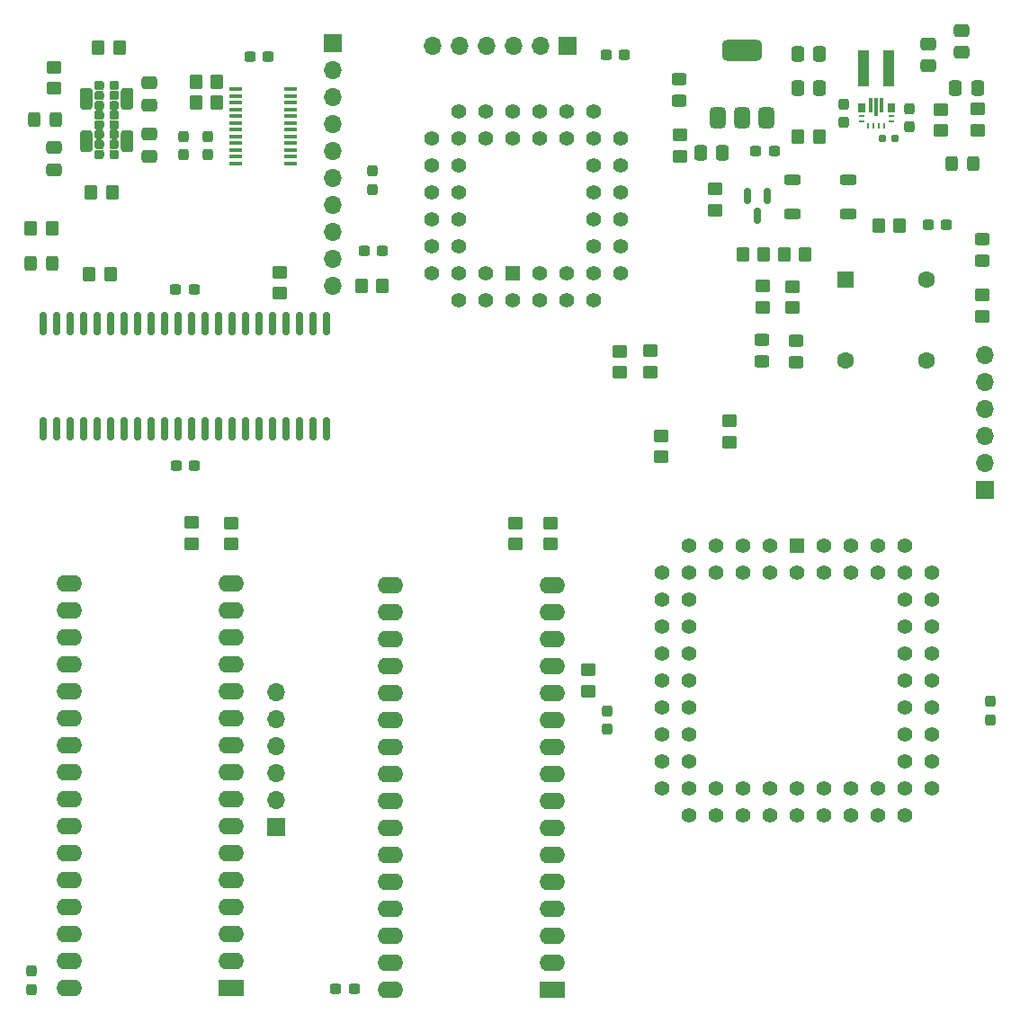
<source format=gts>
G04 #@! TF.GenerationSoftware,KiCad,Pcbnew,8.0.8-8.0.8-0~ubuntu24.04.1*
G04 #@! TF.CreationDate,2025-02-16T17:20:59-06:00*
G04 #@! TF.ProjectId,SingleBoardComputer,53696e67-6c65-4426-9f61-7264436f6d70,2.0*
G04 #@! TF.SameCoordinates,Original*
G04 #@! TF.FileFunction,Soldermask,Top*
G04 #@! TF.FilePolarity,Negative*
%FSLAX46Y46*%
G04 Gerber Fmt 4.6, Leading zero omitted, Abs format (unit mm)*
G04 Created by KiCad (PCBNEW 8.0.8-8.0.8-0~ubuntu24.04.1) date 2025-02-16 17:20:59*
%MOMM*%
%LPD*%
G01*
G04 APERTURE LIST*
G04 Aperture macros list*
%AMRoundRect*
0 Rectangle with rounded corners*
0 $1 Rounding radius*
0 $2 $3 $4 $5 $6 $7 $8 $9 X,Y pos of 4 corners*
0 Add a 4 corners polygon primitive as box body*
4,1,4,$2,$3,$4,$5,$6,$7,$8,$9,$2,$3,0*
0 Add four circle primitives for the rounded corners*
1,1,$1+$1,$2,$3*
1,1,$1+$1,$4,$5*
1,1,$1+$1,$6,$7*
1,1,$1+$1,$8,$9*
0 Add four rect primitives between the rounded corners*
20,1,$1+$1,$2,$3,$4,$5,0*
20,1,$1+$1,$4,$5,$6,$7,0*
20,1,$1+$1,$6,$7,$8,$9,0*
20,1,$1+$1,$8,$9,$2,$3,0*%
G04 Aperture macros list end*
%ADD10C,0.010000*%
%ADD11C,0.000000*%
%ADD12R,1.700000X1.700000*%
%ADD13O,1.700000X1.700000*%
%ADD14RoundRect,0.250000X-0.325000X-0.450000X0.325000X-0.450000X0.325000X0.450000X-0.325000X0.450000X0*%
%ADD15RoundRect,0.237500X-0.237500X0.300000X-0.237500X-0.300000X0.237500X-0.300000X0.237500X0.300000X0*%
%ADD16RoundRect,0.250000X-0.450000X0.350000X-0.450000X-0.350000X0.450000X-0.350000X0.450000X0.350000X0*%
%ADD17RoundRect,0.250000X-0.350000X-0.450000X0.350000X-0.450000X0.350000X0.450000X-0.350000X0.450000X0*%
%ADD18RoundRect,0.250000X0.450000X-0.350000X0.450000X0.350000X-0.450000X0.350000X-0.450000X-0.350000X0*%
%ADD19RoundRect,0.237500X0.300000X0.237500X-0.300000X0.237500X-0.300000X-0.237500X0.300000X-0.237500X0*%
%ADD20RoundRect,0.250000X0.350000X0.450000X-0.350000X0.450000X-0.350000X-0.450000X0.350000X-0.450000X0*%
%ADD21RoundRect,0.237500X0.237500X-0.300000X0.237500X0.300000X-0.237500X0.300000X-0.237500X-0.300000X0*%
%ADD22RoundRect,0.250000X0.325000X0.450000X-0.325000X0.450000X-0.325000X-0.450000X0.325000X-0.450000X0*%
%ADD23RoundRect,0.250000X0.337500X0.475000X-0.337500X0.475000X-0.337500X-0.475000X0.337500X-0.475000X0*%
%ADD24RoundRect,0.250000X-0.475000X0.337500X-0.475000X-0.337500X0.475000X-0.337500X0.475000X0.337500X0*%
%ADD25R,0.980000X3.400000*%
%ADD26RoundRect,0.375000X0.375000X-0.625000X0.375000X0.625000X-0.375000X0.625000X-0.375000X-0.625000X0*%
%ADD27RoundRect,0.500000X1.400000X-0.500000X1.400000X0.500000X-1.400000X0.500000X-1.400000X-0.500000X0*%
%ADD28R,2.400000X1.600000*%
%ADD29O,2.400000X1.600000*%
%ADD30RoundRect,0.155000X-0.212500X-0.155000X0.212500X-0.155000X0.212500X0.155000X-0.212500X0.155000X0*%
%ADD31RoundRect,0.250000X0.475000X-0.337500X0.475000X0.337500X-0.475000X0.337500X-0.475000X-0.337500X0*%
%ADD32RoundRect,0.250000X0.450000X-0.325000X0.450000X0.325000X-0.450000X0.325000X-0.450000X-0.325000X0*%
%ADD33R,0.240000X0.599999*%
%ADD34R,0.599999X0.240000*%
%ADD35R,0.700001X0.850001*%
%ADD36R,0.349999X1.450000*%
%ADD37R,0.349999X1.799999*%
%ADD38RoundRect,0.250000X-0.450000X0.325000X-0.450000X-0.325000X0.450000X-0.325000X0.450000X0.325000X0*%
%ADD39RoundRect,0.237500X-0.300000X-0.237500X0.300000X-0.237500X0.300000X0.237500X-0.300000X0.237500X0*%
%ADD40R,1.422400X1.422400*%
%ADD41C,1.422400*%
%ADD42RoundRect,0.150000X-0.150000X0.587500X-0.150000X-0.587500X0.150000X-0.587500X0.150000X0.587500X0*%
%ADD43R,1.200000X0.400000*%
%ADD44RoundRect,0.150000X-0.150000X0.925000X-0.150000X-0.925000X0.150000X-0.925000X0.150000X0.925000X0*%
%ADD45RoundRect,0.250000X-0.337500X-0.475000X0.337500X-0.475000X0.337500X0.475000X-0.337500X0.475000X0*%
%ADD46R,1.600000X1.600000*%
%ADD47C,1.600000*%
%ADD48RoundRect,0.250000X0.525000X0.250000X-0.525000X0.250000X-0.525000X-0.250000X0.525000X-0.250000X0*%
G04 APERTURE END LIST*
D10*
X109967200Y-50842200D02*
X109985200Y-50844200D01*
X110003200Y-50848200D01*
X110021200Y-50852200D01*
X110038200Y-50857200D01*
X110055200Y-50863200D01*
X110072200Y-50870200D01*
X110089200Y-50878200D01*
X110105200Y-50887200D01*
X110121200Y-50896200D01*
X110136200Y-50907200D01*
X110150200Y-50918200D01*
X110164200Y-50930200D01*
X110177200Y-50943200D01*
X110190200Y-50956200D01*
X110202200Y-50970200D01*
X110213200Y-50984200D01*
X110224200Y-50999200D01*
X110233200Y-51015200D01*
X110242200Y-51031200D01*
X110250200Y-51048200D01*
X110257200Y-51065200D01*
X110263200Y-51082200D01*
X110268200Y-51099200D01*
X110272200Y-51117200D01*
X110276200Y-51135200D01*
X110278200Y-51153200D01*
X110280200Y-51172200D01*
X110280200Y-51190200D01*
X110280200Y-52490200D01*
X110280200Y-52508200D01*
X110278200Y-52527200D01*
X110276200Y-52545200D01*
X110272200Y-52563200D01*
X110268200Y-52581200D01*
X110263200Y-52598200D01*
X110257200Y-52615200D01*
X110250200Y-52632200D01*
X110242200Y-52649200D01*
X110233200Y-52665200D01*
X110224200Y-52681200D01*
X110213200Y-52696200D01*
X110202200Y-52710200D01*
X110190200Y-52724200D01*
X110177200Y-52737200D01*
X110164200Y-52750200D01*
X110150200Y-52762200D01*
X110136200Y-52773200D01*
X110121200Y-52784200D01*
X110105200Y-52793200D01*
X110089200Y-52802200D01*
X110072200Y-52810200D01*
X110055200Y-52817200D01*
X110038200Y-52823200D01*
X110021200Y-52828200D01*
X110003200Y-52832200D01*
X109985200Y-52836200D01*
X109967200Y-52838200D01*
X109948200Y-52840200D01*
X109930200Y-52840200D01*
X109530200Y-52840200D01*
X109512200Y-52840200D01*
X109493200Y-52838200D01*
X109475200Y-52836200D01*
X109457200Y-52832200D01*
X109439200Y-52828200D01*
X109422200Y-52823200D01*
X109405200Y-52817200D01*
X109388200Y-52810200D01*
X109371200Y-52802200D01*
X109355200Y-52793200D01*
X109339200Y-52784200D01*
X109324200Y-52773200D01*
X109310200Y-52762200D01*
X109296200Y-52750200D01*
X109283200Y-52737200D01*
X109270200Y-52724200D01*
X109258200Y-52710200D01*
X109247200Y-52696200D01*
X109236200Y-52681200D01*
X109227200Y-52665200D01*
X109218200Y-52649200D01*
X109210200Y-52632200D01*
X109203200Y-52615200D01*
X109197200Y-52598200D01*
X109192200Y-52581200D01*
X109188200Y-52563200D01*
X109184200Y-52545200D01*
X109182200Y-52527200D01*
X109180200Y-52508200D01*
X109180200Y-52490200D01*
X109180200Y-51190200D01*
X109180200Y-51172200D01*
X109182200Y-51153200D01*
X109184200Y-51135200D01*
X109188200Y-51117200D01*
X109192200Y-51099200D01*
X109197200Y-51082200D01*
X109203200Y-51065200D01*
X109210200Y-51048200D01*
X109218200Y-51031200D01*
X109227200Y-51015200D01*
X109236200Y-50999200D01*
X109247200Y-50984200D01*
X109258200Y-50970200D01*
X109270200Y-50956200D01*
X109283200Y-50943200D01*
X109296200Y-50930200D01*
X109310200Y-50918200D01*
X109324200Y-50907200D01*
X109339200Y-50896200D01*
X109355200Y-50887200D01*
X109371200Y-50878200D01*
X109388200Y-50870200D01*
X109405200Y-50863200D01*
X109422200Y-50857200D01*
X109439200Y-50852200D01*
X109457200Y-50848200D01*
X109475200Y-50844200D01*
X109493200Y-50842200D01*
X109512200Y-50840200D01*
X109530200Y-50840200D01*
X109930200Y-50840200D01*
X109948200Y-50840200D01*
X109967200Y-50842200D01*
G36*
X109967200Y-50842200D02*
G01*
X109985200Y-50844200D01*
X110003200Y-50848200D01*
X110021200Y-50852200D01*
X110038200Y-50857200D01*
X110055200Y-50863200D01*
X110072200Y-50870200D01*
X110089200Y-50878200D01*
X110105200Y-50887200D01*
X110121200Y-50896200D01*
X110136200Y-50907200D01*
X110150200Y-50918200D01*
X110164200Y-50930200D01*
X110177200Y-50943200D01*
X110190200Y-50956200D01*
X110202200Y-50970200D01*
X110213200Y-50984200D01*
X110224200Y-50999200D01*
X110233200Y-51015200D01*
X110242200Y-51031200D01*
X110250200Y-51048200D01*
X110257200Y-51065200D01*
X110263200Y-51082200D01*
X110268200Y-51099200D01*
X110272200Y-51117200D01*
X110276200Y-51135200D01*
X110278200Y-51153200D01*
X110280200Y-51172200D01*
X110280200Y-51190200D01*
X110280200Y-52490200D01*
X110280200Y-52508200D01*
X110278200Y-52527200D01*
X110276200Y-52545200D01*
X110272200Y-52563200D01*
X110268200Y-52581200D01*
X110263200Y-52598200D01*
X110257200Y-52615200D01*
X110250200Y-52632200D01*
X110242200Y-52649200D01*
X110233200Y-52665200D01*
X110224200Y-52681200D01*
X110213200Y-52696200D01*
X110202200Y-52710200D01*
X110190200Y-52724200D01*
X110177200Y-52737200D01*
X110164200Y-52750200D01*
X110150200Y-52762200D01*
X110136200Y-52773200D01*
X110121200Y-52784200D01*
X110105200Y-52793200D01*
X110089200Y-52802200D01*
X110072200Y-52810200D01*
X110055200Y-52817200D01*
X110038200Y-52823200D01*
X110021200Y-52828200D01*
X110003200Y-52832200D01*
X109985200Y-52836200D01*
X109967200Y-52838200D01*
X109948200Y-52840200D01*
X109930200Y-52840200D01*
X109530200Y-52840200D01*
X109512200Y-52840200D01*
X109493200Y-52838200D01*
X109475200Y-52836200D01*
X109457200Y-52832200D01*
X109439200Y-52828200D01*
X109422200Y-52823200D01*
X109405200Y-52817200D01*
X109388200Y-52810200D01*
X109371200Y-52802200D01*
X109355200Y-52793200D01*
X109339200Y-52784200D01*
X109324200Y-52773200D01*
X109310200Y-52762200D01*
X109296200Y-52750200D01*
X109283200Y-52737200D01*
X109270200Y-52724200D01*
X109258200Y-52710200D01*
X109247200Y-52696200D01*
X109236200Y-52681200D01*
X109227200Y-52665200D01*
X109218200Y-52649200D01*
X109210200Y-52632200D01*
X109203200Y-52615200D01*
X109197200Y-52598200D01*
X109192200Y-52581200D01*
X109188200Y-52563200D01*
X109184200Y-52545200D01*
X109182200Y-52527200D01*
X109180200Y-52508200D01*
X109180200Y-52490200D01*
X109180200Y-51190200D01*
X109180200Y-51172200D01*
X109182200Y-51153200D01*
X109184200Y-51135200D01*
X109188200Y-51117200D01*
X109192200Y-51099200D01*
X109197200Y-51082200D01*
X109203200Y-51065200D01*
X109210200Y-51048200D01*
X109218200Y-51031200D01*
X109227200Y-51015200D01*
X109236200Y-50999200D01*
X109247200Y-50984200D01*
X109258200Y-50970200D01*
X109270200Y-50956200D01*
X109283200Y-50943200D01*
X109296200Y-50930200D01*
X109310200Y-50918200D01*
X109324200Y-50907200D01*
X109339200Y-50896200D01*
X109355200Y-50887200D01*
X109371200Y-50878200D01*
X109388200Y-50870200D01*
X109405200Y-50863200D01*
X109422200Y-50857200D01*
X109439200Y-50852200D01*
X109457200Y-50848200D01*
X109475200Y-50844200D01*
X109493200Y-50842200D01*
X109512200Y-50840200D01*
X109530200Y-50840200D01*
X109930200Y-50840200D01*
X109948200Y-50840200D01*
X109967200Y-50842200D01*
G37*
X109967200Y-54842200D02*
X109985200Y-54844200D01*
X110003200Y-54848200D01*
X110021200Y-54852200D01*
X110038200Y-54857200D01*
X110055200Y-54863200D01*
X110072200Y-54870200D01*
X110089200Y-54878200D01*
X110105200Y-54887200D01*
X110121200Y-54896200D01*
X110136200Y-54907200D01*
X110150200Y-54918200D01*
X110164200Y-54930200D01*
X110177200Y-54943200D01*
X110190200Y-54956200D01*
X110202200Y-54970200D01*
X110213200Y-54984200D01*
X110224200Y-54999200D01*
X110233200Y-55015200D01*
X110242200Y-55031200D01*
X110250200Y-55048200D01*
X110257200Y-55065200D01*
X110263200Y-55082200D01*
X110268200Y-55099200D01*
X110272200Y-55117200D01*
X110276200Y-55135200D01*
X110278200Y-55153200D01*
X110280200Y-55172200D01*
X110280200Y-55190200D01*
X110280200Y-56490200D01*
X110280200Y-56508200D01*
X110278200Y-56527200D01*
X110276200Y-56545200D01*
X110272200Y-56563200D01*
X110268200Y-56581200D01*
X110263200Y-56598200D01*
X110257200Y-56615200D01*
X110250200Y-56632200D01*
X110242200Y-56649200D01*
X110233200Y-56665200D01*
X110224200Y-56681200D01*
X110213200Y-56696200D01*
X110202200Y-56710200D01*
X110190200Y-56724200D01*
X110177200Y-56737200D01*
X110164200Y-56750200D01*
X110150200Y-56762200D01*
X110136200Y-56773200D01*
X110121200Y-56784200D01*
X110105200Y-56793200D01*
X110089200Y-56802200D01*
X110072200Y-56810200D01*
X110055200Y-56817200D01*
X110038200Y-56823200D01*
X110021200Y-56828200D01*
X110003200Y-56832200D01*
X109985200Y-56836200D01*
X109967200Y-56838200D01*
X109948200Y-56840200D01*
X109930200Y-56840200D01*
X109530200Y-56840200D01*
X109512200Y-56840200D01*
X109493200Y-56838200D01*
X109475200Y-56836200D01*
X109457200Y-56832200D01*
X109439200Y-56828200D01*
X109422200Y-56823200D01*
X109405200Y-56817200D01*
X109388200Y-56810200D01*
X109371200Y-56802200D01*
X109355200Y-56793200D01*
X109339200Y-56784200D01*
X109324200Y-56773200D01*
X109310200Y-56762200D01*
X109296200Y-56750200D01*
X109283200Y-56737200D01*
X109270200Y-56724200D01*
X109258200Y-56710200D01*
X109247200Y-56696200D01*
X109236200Y-56681200D01*
X109227200Y-56665200D01*
X109218200Y-56649200D01*
X109210200Y-56632200D01*
X109203200Y-56615200D01*
X109197200Y-56598200D01*
X109192200Y-56581200D01*
X109188200Y-56563200D01*
X109184200Y-56545200D01*
X109182200Y-56527200D01*
X109180200Y-56508200D01*
X109180200Y-56490200D01*
X109180200Y-55190200D01*
X109180200Y-55172200D01*
X109182200Y-55153200D01*
X109184200Y-55135200D01*
X109188200Y-55117200D01*
X109192200Y-55099200D01*
X109197200Y-55082200D01*
X109203200Y-55065200D01*
X109210200Y-55048200D01*
X109218200Y-55031200D01*
X109227200Y-55015200D01*
X109236200Y-54999200D01*
X109247200Y-54984200D01*
X109258200Y-54970200D01*
X109270200Y-54956200D01*
X109283200Y-54943200D01*
X109296200Y-54930200D01*
X109310200Y-54918200D01*
X109324200Y-54907200D01*
X109339200Y-54896200D01*
X109355200Y-54887200D01*
X109371200Y-54878200D01*
X109388200Y-54870200D01*
X109405200Y-54863200D01*
X109422200Y-54857200D01*
X109439200Y-54852200D01*
X109457200Y-54848200D01*
X109475200Y-54844200D01*
X109493200Y-54842200D01*
X109512200Y-54840200D01*
X109530200Y-54840200D01*
X109930200Y-54840200D01*
X109948200Y-54840200D01*
X109967200Y-54842200D01*
G36*
X109967200Y-54842200D02*
G01*
X109985200Y-54844200D01*
X110003200Y-54848200D01*
X110021200Y-54852200D01*
X110038200Y-54857200D01*
X110055200Y-54863200D01*
X110072200Y-54870200D01*
X110089200Y-54878200D01*
X110105200Y-54887200D01*
X110121200Y-54896200D01*
X110136200Y-54907200D01*
X110150200Y-54918200D01*
X110164200Y-54930200D01*
X110177200Y-54943200D01*
X110190200Y-54956200D01*
X110202200Y-54970200D01*
X110213200Y-54984200D01*
X110224200Y-54999200D01*
X110233200Y-55015200D01*
X110242200Y-55031200D01*
X110250200Y-55048200D01*
X110257200Y-55065200D01*
X110263200Y-55082200D01*
X110268200Y-55099200D01*
X110272200Y-55117200D01*
X110276200Y-55135200D01*
X110278200Y-55153200D01*
X110280200Y-55172200D01*
X110280200Y-55190200D01*
X110280200Y-56490200D01*
X110280200Y-56508200D01*
X110278200Y-56527200D01*
X110276200Y-56545200D01*
X110272200Y-56563200D01*
X110268200Y-56581200D01*
X110263200Y-56598200D01*
X110257200Y-56615200D01*
X110250200Y-56632200D01*
X110242200Y-56649200D01*
X110233200Y-56665200D01*
X110224200Y-56681200D01*
X110213200Y-56696200D01*
X110202200Y-56710200D01*
X110190200Y-56724200D01*
X110177200Y-56737200D01*
X110164200Y-56750200D01*
X110150200Y-56762200D01*
X110136200Y-56773200D01*
X110121200Y-56784200D01*
X110105200Y-56793200D01*
X110089200Y-56802200D01*
X110072200Y-56810200D01*
X110055200Y-56817200D01*
X110038200Y-56823200D01*
X110021200Y-56828200D01*
X110003200Y-56832200D01*
X109985200Y-56836200D01*
X109967200Y-56838200D01*
X109948200Y-56840200D01*
X109930200Y-56840200D01*
X109530200Y-56840200D01*
X109512200Y-56840200D01*
X109493200Y-56838200D01*
X109475200Y-56836200D01*
X109457200Y-56832200D01*
X109439200Y-56828200D01*
X109422200Y-56823200D01*
X109405200Y-56817200D01*
X109388200Y-56810200D01*
X109371200Y-56802200D01*
X109355200Y-56793200D01*
X109339200Y-56784200D01*
X109324200Y-56773200D01*
X109310200Y-56762200D01*
X109296200Y-56750200D01*
X109283200Y-56737200D01*
X109270200Y-56724200D01*
X109258200Y-56710200D01*
X109247200Y-56696200D01*
X109236200Y-56681200D01*
X109227200Y-56665200D01*
X109218200Y-56649200D01*
X109210200Y-56632200D01*
X109203200Y-56615200D01*
X109197200Y-56598200D01*
X109192200Y-56581200D01*
X109188200Y-56563200D01*
X109184200Y-56545200D01*
X109182200Y-56527200D01*
X109180200Y-56508200D01*
X109180200Y-56490200D01*
X109180200Y-55190200D01*
X109180200Y-55172200D01*
X109182200Y-55153200D01*
X109184200Y-55135200D01*
X109188200Y-55117200D01*
X109192200Y-55099200D01*
X109197200Y-55082200D01*
X109203200Y-55065200D01*
X109210200Y-55048200D01*
X109218200Y-55031200D01*
X109227200Y-55015200D01*
X109236200Y-54999200D01*
X109247200Y-54984200D01*
X109258200Y-54970200D01*
X109270200Y-54956200D01*
X109283200Y-54943200D01*
X109296200Y-54930200D01*
X109310200Y-54918200D01*
X109324200Y-54907200D01*
X109339200Y-54896200D01*
X109355200Y-54887200D01*
X109371200Y-54878200D01*
X109388200Y-54870200D01*
X109405200Y-54863200D01*
X109422200Y-54857200D01*
X109439200Y-54852200D01*
X109457200Y-54848200D01*
X109475200Y-54844200D01*
X109493200Y-54842200D01*
X109512200Y-54840200D01*
X109530200Y-54840200D01*
X109930200Y-54840200D01*
X109948200Y-54840200D01*
X109967200Y-54842200D01*
G37*
X111136200Y-53891200D02*
X111149200Y-53893200D01*
X111162200Y-53895200D01*
X111175200Y-53899200D01*
X111187200Y-53902200D01*
X111200200Y-53907200D01*
X111212200Y-53912200D01*
X111223200Y-53917200D01*
X111235200Y-53923200D01*
X111246200Y-53930200D01*
X111257200Y-53938200D01*
X111267200Y-53946200D01*
X111277200Y-53954200D01*
X111287200Y-53963200D01*
X111296200Y-53973200D01*
X111304200Y-53983200D01*
X111312200Y-53993200D01*
X111320200Y-54004200D01*
X111327200Y-54015200D01*
X111333200Y-54027200D01*
X111338200Y-54038200D01*
X111343200Y-54050200D01*
X111348200Y-54063200D01*
X111351200Y-54075200D01*
X111355200Y-54088200D01*
X111357200Y-54101200D01*
X111359200Y-54114200D01*
X111360200Y-54127200D01*
X111360200Y-54140200D01*
X111360200Y-54440200D01*
X111360200Y-54453200D01*
X111359200Y-54466200D01*
X111357200Y-54479200D01*
X111355200Y-54492200D01*
X111351200Y-54505200D01*
X111348200Y-54517200D01*
X111343200Y-54530200D01*
X111338200Y-54542200D01*
X111333200Y-54553200D01*
X111327200Y-54565200D01*
X111320200Y-54576200D01*
X111312200Y-54587200D01*
X111304200Y-54597200D01*
X111296200Y-54607200D01*
X111287200Y-54617200D01*
X111277200Y-54626200D01*
X111267200Y-54634200D01*
X111257200Y-54642200D01*
X111246200Y-54650200D01*
X111235200Y-54657200D01*
X111223200Y-54663200D01*
X111212200Y-54668200D01*
X111200200Y-54673200D01*
X111187200Y-54678200D01*
X111175200Y-54681200D01*
X111162200Y-54685200D01*
X111149200Y-54687200D01*
X111136200Y-54689200D01*
X111123200Y-54690200D01*
X111110200Y-54690200D01*
X110810200Y-54690200D01*
X110797200Y-54690200D01*
X110784200Y-54689200D01*
X110771200Y-54687200D01*
X110758200Y-54685200D01*
X110745200Y-54681200D01*
X110733200Y-54678200D01*
X110720200Y-54673200D01*
X110708200Y-54668200D01*
X110697200Y-54663200D01*
X110685200Y-54657200D01*
X110674200Y-54650200D01*
X110663200Y-54642200D01*
X110653200Y-54634200D01*
X110643200Y-54626200D01*
X110633200Y-54617200D01*
X110624200Y-54607200D01*
X110616200Y-54597200D01*
X110608200Y-54587200D01*
X110600200Y-54576200D01*
X110593200Y-54565200D01*
X110587200Y-54553200D01*
X110582200Y-54542200D01*
X110577200Y-54530200D01*
X110572200Y-54517200D01*
X110569200Y-54505200D01*
X110565200Y-54492200D01*
X110563200Y-54479200D01*
X110561200Y-54466200D01*
X110560200Y-54453200D01*
X110560200Y-54440200D01*
X110560200Y-54140200D01*
X110560200Y-54127200D01*
X110561200Y-54114200D01*
X110563200Y-54101200D01*
X110565200Y-54088200D01*
X110569200Y-54075200D01*
X110572200Y-54063200D01*
X110577200Y-54050200D01*
X110582200Y-54038200D01*
X110587200Y-54027200D01*
X110593200Y-54015200D01*
X110600200Y-54004200D01*
X110608200Y-53993200D01*
X110616200Y-53983200D01*
X110624200Y-53973200D01*
X110633200Y-53963200D01*
X110643200Y-53954200D01*
X110653200Y-53946200D01*
X110663200Y-53938200D01*
X110674200Y-53930200D01*
X110685200Y-53923200D01*
X110697200Y-53917200D01*
X110708200Y-53912200D01*
X110720200Y-53907200D01*
X110733200Y-53902200D01*
X110745200Y-53899200D01*
X110758200Y-53895200D01*
X110771200Y-53893200D01*
X110784200Y-53891200D01*
X110797200Y-53890200D01*
X110810200Y-53890200D01*
X111110200Y-53890200D01*
X111123200Y-53890200D01*
X111136200Y-53891200D01*
G36*
X111136200Y-53891200D02*
G01*
X111149200Y-53893200D01*
X111162200Y-53895200D01*
X111175200Y-53899200D01*
X111187200Y-53902200D01*
X111200200Y-53907200D01*
X111212200Y-53912200D01*
X111223200Y-53917200D01*
X111235200Y-53923200D01*
X111246200Y-53930200D01*
X111257200Y-53938200D01*
X111267200Y-53946200D01*
X111277200Y-53954200D01*
X111287200Y-53963200D01*
X111296200Y-53973200D01*
X111304200Y-53983200D01*
X111312200Y-53993200D01*
X111320200Y-54004200D01*
X111327200Y-54015200D01*
X111333200Y-54027200D01*
X111338200Y-54038200D01*
X111343200Y-54050200D01*
X111348200Y-54063200D01*
X111351200Y-54075200D01*
X111355200Y-54088200D01*
X111357200Y-54101200D01*
X111359200Y-54114200D01*
X111360200Y-54127200D01*
X111360200Y-54140200D01*
X111360200Y-54440200D01*
X111360200Y-54453200D01*
X111359200Y-54466200D01*
X111357200Y-54479200D01*
X111355200Y-54492200D01*
X111351200Y-54505200D01*
X111348200Y-54517200D01*
X111343200Y-54530200D01*
X111338200Y-54542200D01*
X111333200Y-54553200D01*
X111327200Y-54565200D01*
X111320200Y-54576200D01*
X111312200Y-54587200D01*
X111304200Y-54597200D01*
X111296200Y-54607200D01*
X111287200Y-54617200D01*
X111277200Y-54626200D01*
X111267200Y-54634200D01*
X111257200Y-54642200D01*
X111246200Y-54650200D01*
X111235200Y-54657200D01*
X111223200Y-54663200D01*
X111212200Y-54668200D01*
X111200200Y-54673200D01*
X111187200Y-54678200D01*
X111175200Y-54681200D01*
X111162200Y-54685200D01*
X111149200Y-54687200D01*
X111136200Y-54689200D01*
X111123200Y-54690200D01*
X111110200Y-54690200D01*
X110810200Y-54690200D01*
X110797200Y-54690200D01*
X110784200Y-54689200D01*
X110771200Y-54687200D01*
X110758200Y-54685200D01*
X110745200Y-54681200D01*
X110733200Y-54678200D01*
X110720200Y-54673200D01*
X110708200Y-54668200D01*
X110697200Y-54663200D01*
X110685200Y-54657200D01*
X110674200Y-54650200D01*
X110663200Y-54642200D01*
X110653200Y-54634200D01*
X110643200Y-54626200D01*
X110633200Y-54617200D01*
X110624200Y-54607200D01*
X110616200Y-54597200D01*
X110608200Y-54587200D01*
X110600200Y-54576200D01*
X110593200Y-54565200D01*
X110587200Y-54553200D01*
X110582200Y-54542200D01*
X110577200Y-54530200D01*
X110572200Y-54517200D01*
X110569200Y-54505200D01*
X110565200Y-54492200D01*
X110563200Y-54479200D01*
X110561200Y-54466200D01*
X110560200Y-54453200D01*
X110560200Y-54440200D01*
X110560200Y-54140200D01*
X110560200Y-54127200D01*
X110561200Y-54114200D01*
X110563200Y-54101200D01*
X110565200Y-54088200D01*
X110569200Y-54075200D01*
X110572200Y-54063200D01*
X110577200Y-54050200D01*
X110582200Y-54038200D01*
X110587200Y-54027200D01*
X110593200Y-54015200D01*
X110600200Y-54004200D01*
X110608200Y-53993200D01*
X110616200Y-53983200D01*
X110624200Y-53973200D01*
X110633200Y-53963200D01*
X110643200Y-53954200D01*
X110653200Y-53946200D01*
X110663200Y-53938200D01*
X110674200Y-53930200D01*
X110685200Y-53923200D01*
X110697200Y-53917200D01*
X110708200Y-53912200D01*
X110720200Y-53907200D01*
X110733200Y-53902200D01*
X110745200Y-53899200D01*
X110758200Y-53895200D01*
X110771200Y-53893200D01*
X110784200Y-53891200D01*
X110797200Y-53890200D01*
X110810200Y-53890200D01*
X111110200Y-53890200D01*
X111123200Y-53890200D01*
X111136200Y-53891200D01*
G37*
X111136200Y-54791200D02*
X111149200Y-54793200D01*
X111162200Y-54795200D01*
X111175200Y-54799200D01*
X111187200Y-54802200D01*
X111200200Y-54807200D01*
X111212200Y-54812200D01*
X111223200Y-54817200D01*
X111235200Y-54823200D01*
X111246200Y-54830200D01*
X111257200Y-54838200D01*
X111267200Y-54846200D01*
X111277200Y-54854200D01*
X111287200Y-54863200D01*
X111296200Y-54873200D01*
X111304200Y-54883200D01*
X111312200Y-54893200D01*
X111320200Y-54904200D01*
X111327200Y-54915200D01*
X111333200Y-54927200D01*
X111338200Y-54938200D01*
X111343200Y-54950200D01*
X111348200Y-54963200D01*
X111351200Y-54975200D01*
X111355200Y-54988200D01*
X111357200Y-55001200D01*
X111359200Y-55014200D01*
X111360200Y-55027200D01*
X111360200Y-55040200D01*
X111360200Y-55340200D01*
X111360200Y-55353200D01*
X111359200Y-55366200D01*
X111357200Y-55379200D01*
X111355200Y-55392200D01*
X111351200Y-55405200D01*
X111348200Y-55417200D01*
X111343200Y-55430200D01*
X111338200Y-55442200D01*
X111333200Y-55453200D01*
X111327200Y-55465200D01*
X111320200Y-55476200D01*
X111312200Y-55487200D01*
X111304200Y-55497200D01*
X111296200Y-55507200D01*
X111287200Y-55517200D01*
X111277200Y-55526200D01*
X111267200Y-55534200D01*
X111257200Y-55542200D01*
X111246200Y-55550200D01*
X111235200Y-55557200D01*
X111223200Y-55563200D01*
X111212200Y-55568200D01*
X111200200Y-55573200D01*
X111187200Y-55578200D01*
X111175200Y-55581200D01*
X111162200Y-55585200D01*
X111149200Y-55587200D01*
X111136200Y-55589200D01*
X111123200Y-55590200D01*
X111110200Y-55590200D01*
X110810200Y-55590200D01*
X110797200Y-55590200D01*
X110784200Y-55589200D01*
X110771200Y-55587200D01*
X110758200Y-55585200D01*
X110745200Y-55581200D01*
X110733200Y-55578200D01*
X110720200Y-55573200D01*
X110708200Y-55568200D01*
X110697200Y-55563200D01*
X110685200Y-55557200D01*
X110674200Y-55550200D01*
X110663200Y-55542200D01*
X110653200Y-55534200D01*
X110643200Y-55526200D01*
X110633200Y-55517200D01*
X110624200Y-55507200D01*
X110616200Y-55497200D01*
X110608200Y-55487200D01*
X110600200Y-55476200D01*
X110593200Y-55465200D01*
X110587200Y-55453200D01*
X110582200Y-55442200D01*
X110577200Y-55430200D01*
X110572200Y-55417200D01*
X110569200Y-55405200D01*
X110565200Y-55392200D01*
X110563200Y-55379200D01*
X110561200Y-55366200D01*
X110560200Y-55353200D01*
X110560200Y-55340200D01*
X110560200Y-55040200D01*
X110560200Y-55027200D01*
X110561200Y-55014200D01*
X110563200Y-55001200D01*
X110565200Y-54988200D01*
X110569200Y-54975200D01*
X110572200Y-54963200D01*
X110577200Y-54950200D01*
X110582200Y-54938200D01*
X110587200Y-54927200D01*
X110593200Y-54915200D01*
X110600200Y-54904200D01*
X110608200Y-54893200D01*
X110616200Y-54883200D01*
X110624200Y-54873200D01*
X110633200Y-54863200D01*
X110643200Y-54854200D01*
X110653200Y-54846200D01*
X110663200Y-54838200D01*
X110674200Y-54830200D01*
X110685200Y-54823200D01*
X110697200Y-54817200D01*
X110708200Y-54812200D01*
X110720200Y-54807200D01*
X110733200Y-54802200D01*
X110745200Y-54799200D01*
X110758200Y-54795200D01*
X110771200Y-54793200D01*
X110784200Y-54791200D01*
X110797200Y-54790200D01*
X110810200Y-54790200D01*
X111110200Y-54790200D01*
X111123200Y-54790200D01*
X111136200Y-54791200D01*
G36*
X111136200Y-54791200D02*
G01*
X111149200Y-54793200D01*
X111162200Y-54795200D01*
X111175200Y-54799200D01*
X111187200Y-54802200D01*
X111200200Y-54807200D01*
X111212200Y-54812200D01*
X111223200Y-54817200D01*
X111235200Y-54823200D01*
X111246200Y-54830200D01*
X111257200Y-54838200D01*
X111267200Y-54846200D01*
X111277200Y-54854200D01*
X111287200Y-54863200D01*
X111296200Y-54873200D01*
X111304200Y-54883200D01*
X111312200Y-54893200D01*
X111320200Y-54904200D01*
X111327200Y-54915200D01*
X111333200Y-54927200D01*
X111338200Y-54938200D01*
X111343200Y-54950200D01*
X111348200Y-54963200D01*
X111351200Y-54975200D01*
X111355200Y-54988200D01*
X111357200Y-55001200D01*
X111359200Y-55014200D01*
X111360200Y-55027200D01*
X111360200Y-55040200D01*
X111360200Y-55340200D01*
X111360200Y-55353200D01*
X111359200Y-55366200D01*
X111357200Y-55379200D01*
X111355200Y-55392200D01*
X111351200Y-55405200D01*
X111348200Y-55417200D01*
X111343200Y-55430200D01*
X111338200Y-55442200D01*
X111333200Y-55453200D01*
X111327200Y-55465200D01*
X111320200Y-55476200D01*
X111312200Y-55487200D01*
X111304200Y-55497200D01*
X111296200Y-55507200D01*
X111287200Y-55517200D01*
X111277200Y-55526200D01*
X111267200Y-55534200D01*
X111257200Y-55542200D01*
X111246200Y-55550200D01*
X111235200Y-55557200D01*
X111223200Y-55563200D01*
X111212200Y-55568200D01*
X111200200Y-55573200D01*
X111187200Y-55578200D01*
X111175200Y-55581200D01*
X111162200Y-55585200D01*
X111149200Y-55587200D01*
X111136200Y-55589200D01*
X111123200Y-55590200D01*
X111110200Y-55590200D01*
X110810200Y-55590200D01*
X110797200Y-55590200D01*
X110784200Y-55589200D01*
X110771200Y-55587200D01*
X110758200Y-55585200D01*
X110745200Y-55581200D01*
X110733200Y-55578200D01*
X110720200Y-55573200D01*
X110708200Y-55568200D01*
X110697200Y-55563200D01*
X110685200Y-55557200D01*
X110674200Y-55550200D01*
X110663200Y-55542200D01*
X110653200Y-55534200D01*
X110643200Y-55526200D01*
X110633200Y-55517200D01*
X110624200Y-55507200D01*
X110616200Y-55497200D01*
X110608200Y-55487200D01*
X110600200Y-55476200D01*
X110593200Y-55465200D01*
X110587200Y-55453200D01*
X110582200Y-55442200D01*
X110577200Y-55430200D01*
X110572200Y-55417200D01*
X110569200Y-55405200D01*
X110565200Y-55392200D01*
X110563200Y-55379200D01*
X110561200Y-55366200D01*
X110560200Y-55353200D01*
X110560200Y-55340200D01*
X110560200Y-55040200D01*
X110560200Y-55027200D01*
X110561200Y-55014200D01*
X110563200Y-55001200D01*
X110565200Y-54988200D01*
X110569200Y-54975200D01*
X110572200Y-54963200D01*
X110577200Y-54950200D01*
X110582200Y-54938200D01*
X110587200Y-54927200D01*
X110593200Y-54915200D01*
X110600200Y-54904200D01*
X110608200Y-54893200D01*
X110616200Y-54883200D01*
X110624200Y-54873200D01*
X110633200Y-54863200D01*
X110643200Y-54854200D01*
X110653200Y-54846200D01*
X110663200Y-54838200D01*
X110674200Y-54830200D01*
X110685200Y-54823200D01*
X110697200Y-54817200D01*
X110708200Y-54812200D01*
X110720200Y-54807200D01*
X110733200Y-54802200D01*
X110745200Y-54799200D01*
X110758200Y-54795200D01*
X110771200Y-54793200D01*
X110784200Y-54791200D01*
X110797200Y-54790200D01*
X110810200Y-54790200D01*
X111110200Y-54790200D01*
X111123200Y-54790200D01*
X111136200Y-54791200D01*
G37*
X111136200Y-55741200D02*
X111149200Y-55743200D01*
X111162200Y-55745200D01*
X111175200Y-55749200D01*
X111187200Y-55752200D01*
X111200200Y-55757200D01*
X111212200Y-55762200D01*
X111223200Y-55767200D01*
X111235200Y-55773200D01*
X111246200Y-55780200D01*
X111257200Y-55788200D01*
X111267200Y-55796200D01*
X111277200Y-55804200D01*
X111287200Y-55813200D01*
X111296200Y-55823200D01*
X111304200Y-55833200D01*
X111312200Y-55843200D01*
X111320200Y-55854200D01*
X111327200Y-55865200D01*
X111333200Y-55877200D01*
X111338200Y-55888200D01*
X111343200Y-55900200D01*
X111348200Y-55913200D01*
X111351200Y-55925200D01*
X111355200Y-55938200D01*
X111357200Y-55951200D01*
X111359200Y-55964200D01*
X111360200Y-55977200D01*
X111360200Y-55990200D01*
X111360200Y-56290200D01*
X111360200Y-56303200D01*
X111359200Y-56316200D01*
X111357200Y-56329200D01*
X111355200Y-56342200D01*
X111351200Y-56355200D01*
X111348200Y-56367200D01*
X111343200Y-56380200D01*
X111338200Y-56392200D01*
X111333200Y-56403200D01*
X111327200Y-56415200D01*
X111320200Y-56426200D01*
X111312200Y-56437200D01*
X111304200Y-56447200D01*
X111296200Y-56457200D01*
X111287200Y-56467200D01*
X111277200Y-56476200D01*
X111267200Y-56484200D01*
X111257200Y-56492200D01*
X111246200Y-56500200D01*
X111235200Y-56507200D01*
X111223200Y-56513200D01*
X111212200Y-56518200D01*
X111200200Y-56523200D01*
X111187200Y-56528200D01*
X111175200Y-56531200D01*
X111162200Y-56535200D01*
X111149200Y-56537200D01*
X111136200Y-56539200D01*
X111123200Y-56540200D01*
X111110200Y-56540200D01*
X110810200Y-56540200D01*
X110797200Y-56540200D01*
X110784200Y-56539200D01*
X110771200Y-56537200D01*
X110758200Y-56535200D01*
X110745200Y-56531200D01*
X110733200Y-56528200D01*
X110720200Y-56523200D01*
X110708200Y-56518200D01*
X110697200Y-56513200D01*
X110685200Y-56507200D01*
X110674200Y-56500200D01*
X110663200Y-56492200D01*
X110653200Y-56484200D01*
X110643200Y-56476200D01*
X110633200Y-56467200D01*
X110624200Y-56457200D01*
X110616200Y-56447200D01*
X110608200Y-56437200D01*
X110600200Y-56426200D01*
X110593200Y-56415200D01*
X110587200Y-56403200D01*
X110582200Y-56392200D01*
X110577200Y-56380200D01*
X110572200Y-56367200D01*
X110569200Y-56355200D01*
X110565200Y-56342200D01*
X110563200Y-56329200D01*
X110561200Y-56316200D01*
X110560200Y-56303200D01*
X110560200Y-56290200D01*
X110560200Y-55990200D01*
X110560200Y-55977200D01*
X110561200Y-55964200D01*
X110563200Y-55951200D01*
X110565200Y-55938200D01*
X110569200Y-55925200D01*
X110572200Y-55913200D01*
X110577200Y-55900200D01*
X110582200Y-55888200D01*
X110587200Y-55877200D01*
X110593200Y-55865200D01*
X110600200Y-55854200D01*
X110608200Y-55843200D01*
X110616200Y-55833200D01*
X110624200Y-55823200D01*
X110633200Y-55813200D01*
X110643200Y-55804200D01*
X110653200Y-55796200D01*
X110663200Y-55788200D01*
X110674200Y-55780200D01*
X110685200Y-55773200D01*
X110697200Y-55767200D01*
X110708200Y-55762200D01*
X110720200Y-55757200D01*
X110733200Y-55752200D01*
X110745200Y-55749200D01*
X110758200Y-55745200D01*
X110771200Y-55743200D01*
X110784200Y-55741200D01*
X110797200Y-55740200D01*
X110810200Y-55740200D01*
X111110200Y-55740200D01*
X111123200Y-55740200D01*
X111136200Y-55741200D01*
G36*
X111136200Y-55741200D02*
G01*
X111149200Y-55743200D01*
X111162200Y-55745200D01*
X111175200Y-55749200D01*
X111187200Y-55752200D01*
X111200200Y-55757200D01*
X111212200Y-55762200D01*
X111223200Y-55767200D01*
X111235200Y-55773200D01*
X111246200Y-55780200D01*
X111257200Y-55788200D01*
X111267200Y-55796200D01*
X111277200Y-55804200D01*
X111287200Y-55813200D01*
X111296200Y-55823200D01*
X111304200Y-55833200D01*
X111312200Y-55843200D01*
X111320200Y-55854200D01*
X111327200Y-55865200D01*
X111333200Y-55877200D01*
X111338200Y-55888200D01*
X111343200Y-55900200D01*
X111348200Y-55913200D01*
X111351200Y-55925200D01*
X111355200Y-55938200D01*
X111357200Y-55951200D01*
X111359200Y-55964200D01*
X111360200Y-55977200D01*
X111360200Y-55990200D01*
X111360200Y-56290200D01*
X111360200Y-56303200D01*
X111359200Y-56316200D01*
X111357200Y-56329200D01*
X111355200Y-56342200D01*
X111351200Y-56355200D01*
X111348200Y-56367200D01*
X111343200Y-56380200D01*
X111338200Y-56392200D01*
X111333200Y-56403200D01*
X111327200Y-56415200D01*
X111320200Y-56426200D01*
X111312200Y-56437200D01*
X111304200Y-56447200D01*
X111296200Y-56457200D01*
X111287200Y-56467200D01*
X111277200Y-56476200D01*
X111267200Y-56484200D01*
X111257200Y-56492200D01*
X111246200Y-56500200D01*
X111235200Y-56507200D01*
X111223200Y-56513200D01*
X111212200Y-56518200D01*
X111200200Y-56523200D01*
X111187200Y-56528200D01*
X111175200Y-56531200D01*
X111162200Y-56535200D01*
X111149200Y-56537200D01*
X111136200Y-56539200D01*
X111123200Y-56540200D01*
X111110200Y-56540200D01*
X110810200Y-56540200D01*
X110797200Y-56540200D01*
X110784200Y-56539200D01*
X110771200Y-56537200D01*
X110758200Y-56535200D01*
X110745200Y-56531200D01*
X110733200Y-56528200D01*
X110720200Y-56523200D01*
X110708200Y-56518200D01*
X110697200Y-56513200D01*
X110685200Y-56507200D01*
X110674200Y-56500200D01*
X110663200Y-56492200D01*
X110653200Y-56484200D01*
X110643200Y-56476200D01*
X110633200Y-56467200D01*
X110624200Y-56457200D01*
X110616200Y-56447200D01*
X110608200Y-56437200D01*
X110600200Y-56426200D01*
X110593200Y-56415200D01*
X110587200Y-56403200D01*
X110582200Y-56392200D01*
X110577200Y-56380200D01*
X110572200Y-56367200D01*
X110569200Y-56355200D01*
X110565200Y-56342200D01*
X110563200Y-56329200D01*
X110561200Y-56316200D01*
X110560200Y-56303200D01*
X110560200Y-56290200D01*
X110560200Y-55990200D01*
X110560200Y-55977200D01*
X110561200Y-55964200D01*
X110563200Y-55951200D01*
X110565200Y-55938200D01*
X110569200Y-55925200D01*
X110572200Y-55913200D01*
X110577200Y-55900200D01*
X110582200Y-55888200D01*
X110587200Y-55877200D01*
X110593200Y-55865200D01*
X110600200Y-55854200D01*
X110608200Y-55843200D01*
X110616200Y-55833200D01*
X110624200Y-55823200D01*
X110633200Y-55813200D01*
X110643200Y-55804200D01*
X110653200Y-55796200D01*
X110663200Y-55788200D01*
X110674200Y-55780200D01*
X110685200Y-55773200D01*
X110697200Y-55767200D01*
X110708200Y-55762200D01*
X110720200Y-55757200D01*
X110733200Y-55752200D01*
X110745200Y-55749200D01*
X110758200Y-55745200D01*
X110771200Y-55743200D01*
X110784200Y-55741200D01*
X110797200Y-55740200D01*
X110810200Y-55740200D01*
X111110200Y-55740200D01*
X111123200Y-55740200D01*
X111136200Y-55741200D01*
G37*
X111136200Y-56691200D02*
X111149200Y-56693200D01*
X111162200Y-56695200D01*
X111175200Y-56699200D01*
X111187200Y-56702200D01*
X111200200Y-56707200D01*
X111212200Y-56712200D01*
X111223200Y-56717200D01*
X111235200Y-56723200D01*
X111246200Y-56730200D01*
X111257200Y-56738200D01*
X111267200Y-56746200D01*
X111277200Y-56754200D01*
X111287200Y-56763200D01*
X111296200Y-56773200D01*
X111304200Y-56783200D01*
X111312200Y-56793200D01*
X111320200Y-56804200D01*
X111327200Y-56815200D01*
X111333200Y-56827200D01*
X111338200Y-56838200D01*
X111343200Y-56850200D01*
X111348200Y-56863200D01*
X111351200Y-56875200D01*
X111355200Y-56888200D01*
X111357200Y-56901200D01*
X111359200Y-56914200D01*
X111360200Y-56927200D01*
X111360200Y-56940200D01*
X111360200Y-57240200D01*
X111360200Y-57253200D01*
X111359200Y-57266200D01*
X111357200Y-57279200D01*
X111355200Y-57292200D01*
X111351200Y-57305200D01*
X111348200Y-57317200D01*
X111343200Y-57330200D01*
X111338200Y-57342200D01*
X111333200Y-57353200D01*
X111327200Y-57365200D01*
X111320200Y-57376200D01*
X111312200Y-57387200D01*
X111304200Y-57397200D01*
X111296200Y-57407200D01*
X111287200Y-57417200D01*
X111277200Y-57426200D01*
X111267200Y-57434200D01*
X111257200Y-57442200D01*
X111246200Y-57450200D01*
X111235200Y-57457200D01*
X111223200Y-57463200D01*
X111212200Y-57468200D01*
X111200200Y-57473200D01*
X111187200Y-57478200D01*
X111175200Y-57481200D01*
X111162200Y-57485200D01*
X111149200Y-57487200D01*
X111136200Y-57489200D01*
X111123200Y-57490200D01*
X111110200Y-57490200D01*
X110810200Y-57490200D01*
X110797200Y-57490200D01*
X110784200Y-57489200D01*
X110771200Y-57487200D01*
X110758200Y-57485200D01*
X110745200Y-57481200D01*
X110733200Y-57478200D01*
X110720200Y-57473200D01*
X110708200Y-57468200D01*
X110697200Y-57463200D01*
X110685200Y-57457200D01*
X110674200Y-57450200D01*
X110663200Y-57442200D01*
X110653200Y-57434200D01*
X110643200Y-57426200D01*
X110633200Y-57417200D01*
X110624200Y-57407200D01*
X110616200Y-57397200D01*
X110608200Y-57387200D01*
X110600200Y-57376200D01*
X110593200Y-57365200D01*
X110587200Y-57353200D01*
X110582200Y-57342200D01*
X110577200Y-57330200D01*
X110572200Y-57317200D01*
X110569200Y-57305200D01*
X110565200Y-57292200D01*
X110563200Y-57279200D01*
X110561200Y-57266200D01*
X110560200Y-57253200D01*
X110560200Y-57240200D01*
X110560200Y-56940200D01*
X110560200Y-56927200D01*
X110561200Y-56914200D01*
X110563200Y-56901200D01*
X110565200Y-56888200D01*
X110569200Y-56875200D01*
X110572200Y-56863200D01*
X110577200Y-56850200D01*
X110582200Y-56838200D01*
X110587200Y-56827200D01*
X110593200Y-56815200D01*
X110600200Y-56804200D01*
X110608200Y-56793200D01*
X110616200Y-56783200D01*
X110624200Y-56773200D01*
X110633200Y-56763200D01*
X110643200Y-56754200D01*
X110653200Y-56746200D01*
X110663200Y-56738200D01*
X110674200Y-56730200D01*
X110685200Y-56723200D01*
X110697200Y-56717200D01*
X110708200Y-56712200D01*
X110720200Y-56707200D01*
X110733200Y-56702200D01*
X110745200Y-56699200D01*
X110758200Y-56695200D01*
X110771200Y-56693200D01*
X110784200Y-56691200D01*
X110797200Y-56690200D01*
X110810200Y-56690200D01*
X111110200Y-56690200D01*
X111123200Y-56690200D01*
X111136200Y-56691200D01*
G36*
X111136200Y-56691200D02*
G01*
X111149200Y-56693200D01*
X111162200Y-56695200D01*
X111175200Y-56699200D01*
X111187200Y-56702200D01*
X111200200Y-56707200D01*
X111212200Y-56712200D01*
X111223200Y-56717200D01*
X111235200Y-56723200D01*
X111246200Y-56730200D01*
X111257200Y-56738200D01*
X111267200Y-56746200D01*
X111277200Y-56754200D01*
X111287200Y-56763200D01*
X111296200Y-56773200D01*
X111304200Y-56783200D01*
X111312200Y-56793200D01*
X111320200Y-56804200D01*
X111327200Y-56815200D01*
X111333200Y-56827200D01*
X111338200Y-56838200D01*
X111343200Y-56850200D01*
X111348200Y-56863200D01*
X111351200Y-56875200D01*
X111355200Y-56888200D01*
X111357200Y-56901200D01*
X111359200Y-56914200D01*
X111360200Y-56927200D01*
X111360200Y-56940200D01*
X111360200Y-57240200D01*
X111360200Y-57253200D01*
X111359200Y-57266200D01*
X111357200Y-57279200D01*
X111355200Y-57292200D01*
X111351200Y-57305200D01*
X111348200Y-57317200D01*
X111343200Y-57330200D01*
X111338200Y-57342200D01*
X111333200Y-57353200D01*
X111327200Y-57365200D01*
X111320200Y-57376200D01*
X111312200Y-57387200D01*
X111304200Y-57397200D01*
X111296200Y-57407200D01*
X111287200Y-57417200D01*
X111277200Y-57426200D01*
X111267200Y-57434200D01*
X111257200Y-57442200D01*
X111246200Y-57450200D01*
X111235200Y-57457200D01*
X111223200Y-57463200D01*
X111212200Y-57468200D01*
X111200200Y-57473200D01*
X111187200Y-57478200D01*
X111175200Y-57481200D01*
X111162200Y-57485200D01*
X111149200Y-57487200D01*
X111136200Y-57489200D01*
X111123200Y-57490200D01*
X111110200Y-57490200D01*
X110810200Y-57490200D01*
X110797200Y-57490200D01*
X110784200Y-57489200D01*
X110771200Y-57487200D01*
X110758200Y-57485200D01*
X110745200Y-57481200D01*
X110733200Y-57478200D01*
X110720200Y-57473200D01*
X110708200Y-57468200D01*
X110697200Y-57463200D01*
X110685200Y-57457200D01*
X110674200Y-57450200D01*
X110663200Y-57442200D01*
X110653200Y-57434200D01*
X110643200Y-57426200D01*
X110633200Y-57417200D01*
X110624200Y-57407200D01*
X110616200Y-57397200D01*
X110608200Y-57387200D01*
X110600200Y-57376200D01*
X110593200Y-57365200D01*
X110587200Y-57353200D01*
X110582200Y-57342200D01*
X110577200Y-57330200D01*
X110572200Y-57317200D01*
X110569200Y-57305200D01*
X110565200Y-57292200D01*
X110563200Y-57279200D01*
X110561200Y-57266200D01*
X110560200Y-57253200D01*
X110560200Y-57240200D01*
X110560200Y-56940200D01*
X110560200Y-56927200D01*
X110561200Y-56914200D01*
X110563200Y-56901200D01*
X110565200Y-56888200D01*
X110569200Y-56875200D01*
X110572200Y-56863200D01*
X110577200Y-56850200D01*
X110582200Y-56838200D01*
X110587200Y-56827200D01*
X110593200Y-56815200D01*
X110600200Y-56804200D01*
X110608200Y-56793200D01*
X110616200Y-56783200D01*
X110624200Y-56773200D01*
X110633200Y-56763200D01*
X110643200Y-56754200D01*
X110653200Y-56746200D01*
X110663200Y-56738200D01*
X110674200Y-56730200D01*
X110685200Y-56723200D01*
X110697200Y-56717200D01*
X110708200Y-56712200D01*
X110720200Y-56707200D01*
X110733200Y-56702200D01*
X110745200Y-56699200D01*
X110758200Y-56695200D01*
X110771200Y-56693200D01*
X110784200Y-56691200D01*
X110797200Y-56690200D01*
X110810200Y-56690200D01*
X111110200Y-56690200D01*
X111123200Y-56690200D01*
X111136200Y-56691200D01*
G37*
X111136200Y-50191200D02*
X111149200Y-50193200D01*
X111162200Y-50195200D01*
X111175200Y-50199200D01*
X111187200Y-50202200D01*
X111200200Y-50207200D01*
X111212200Y-50212200D01*
X111223200Y-50217200D01*
X111235200Y-50223200D01*
X111246200Y-50230200D01*
X111257200Y-50238200D01*
X111267200Y-50246200D01*
X111277200Y-50254200D01*
X111287200Y-50263200D01*
X111296200Y-50273200D01*
X111304200Y-50283200D01*
X111312200Y-50293200D01*
X111320200Y-50304200D01*
X111327200Y-50315200D01*
X111333200Y-50327200D01*
X111338200Y-50338200D01*
X111343200Y-50350200D01*
X111348200Y-50363200D01*
X111351200Y-50375200D01*
X111355200Y-50388200D01*
X111357200Y-50401200D01*
X111359200Y-50414200D01*
X111360200Y-50427200D01*
X111360200Y-50440200D01*
X111360200Y-50740200D01*
X111360200Y-50753200D01*
X111359200Y-50766200D01*
X111357200Y-50779200D01*
X111355200Y-50792200D01*
X111351200Y-50805200D01*
X111348200Y-50817200D01*
X111343200Y-50830200D01*
X111338200Y-50842200D01*
X111333200Y-50853200D01*
X111327200Y-50865200D01*
X111320200Y-50876200D01*
X111312200Y-50887200D01*
X111304200Y-50897200D01*
X111296200Y-50907200D01*
X111287200Y-50917200D01*
X111277200Y-50926200D01*
X111267200Y-50934200D01*
X111257200Y-50942200D01*
X111246200Y-50950200D01*
X111235200Y-50957200D01*
X111223200Y-50963200D01*
X111212200Y-50968200D01*
X111200200Y-50973200D01*
X111187200Y-50978200D01*
X111175200Y-50981200D01*
X111162200Y-50985200D01*
X111149200Y-50987200D01*
X111136200Y-50989200D01*
X111123200Y-50990200D01*
X111110200Y-50990200D01*
X110810200Y-50990200D01*
X110797200Y-50990200D01*
X110784200Y-50989200D01*
X110771200Y-50987200D01*
X110758200Y-50985200D01*
X110745200Y-50981200D01*
X110733200Y-50978200D01*
X110720200Y-50973200D01*
X110708200Y-50968200D01*
X110697200Y-50963200D01*
X110685200Y-50957200D01*
X110674200Y-50950200D01*
X110663200Y-50942200D01*
X110653200Y-50934200D01*
X110643200Y-50926200D01*
X110633200Y-50917200D01*
X110624200Y-50907200D01*
X110616200Y-50897200D01*
X110608200Y-50887200D01*
X110600200Y-50876200D01*
X110593200Y-50865200D01*
X110587200Y-50853200D01*
X110582200Y-50842200D01*
X110577200Y-50830200D01*
X110572200Y-50817200D01*
X110569200Y-50805200D01*
X110565200Y-50792200D01*
X110563200Y-50779200D01*
X110561200Y-50766200D01*
X110560200Y-50753200D01*
X110560200Y-50740200D01*
X110560200Y-50440200D01*
X110560200Y-50427200D01*
X110561200Y-50414200D01*
X110563200Y-50401200D01*
X110565200Y-50388200D01*
X110569200Y-50375200D01*
X110572200Y-50363200D01*
X110577200Y-50350200D01*
X110582200Y-50338200D01*
X110587200Y-50327200D01*
X110593200Y-50315200D01*
X110600200Y-50304200D01*
X110608200Y-50293200D01*
X110616200Y-50283200D01*
X110624200Y-50273200D01*
X110633200Y-50263200D01*
X110643200Y-50254200D01*
X110653200Y-50246200D01*
X110663200Y-50238200D01*
X110674200Y-50230200D01*
X110685200Y-50223200D01*
X110697200Y-50217200D01*
X110708200Y-50212200D01*
X110720200Y-50207200D01*
X110733200Y-50202200D01*
X110745200Y-50199200D01*
X110758200Y-50195200D01*
X110771200Y-50193200D01*
X110784200Y-50191200D01*
X110797200Y-50190200D01*
X110810200Y-50190200D01*
X111110200Y-50190200D01*
X111123200Y-50190200D01*
X111136200Y-50191200D01*
G36*
X111136200Y-50191200D02*
G01*
X111149200Y-50193200D01*
X111162200Y-50195200D01*
X111175200Y-50199200D01*
X111187200Y-50202200D01*
X111200200Y-50207200D01*
X111212200Y-50212200D01*
X111223200Y-50217200D01*
X111235200Y-50223200D01*
X111246200Y-50230200D01*
X111257200Y-50238200D01*
X111267200Y-50246200D01*
X111277200Y-50254200D01*
X111287200Y-50263200D01*
X111296200Y-50273200D01*
X111304200Y-50283200D01*
X111312200Y-50293200D01*
X111320200Y-50304200D01*
X111327200Y-50315200D01*
X111333200Y-50327200D01*
X111338200Y-50338200D01*
X111343200Y-50350200D01*
X111348200Y-50363200D01*
X111351200Y-50375200D01*
X111355200Y-50388200D01*
X111357200Y-50401200D01*
X111359200Y-50414200D01*
X111360200Y-50427200D01*
X111360200Y-50440200D01*
X111360200Y-50740200D01*
X111360200Y-50753200D01*
X111359200Y-50766200D01*
X111357200Y-50779200D01*
X111355200Y-50792200D01*
X111351200Y-50805200D01*
X111348200Y-50817200D01*
X111343200Y-50830200D01*
X111338200Y-50842200D01*
X111333200Y-50853200D01*
X111327200Y-50865200D01*
X111320200Y-50876200D01*
X111312200Y-50887200D01*
X111304200Y-50897200D01*
X111296200Y-50907200D01*
X111287200Y-50917200D01*
X111277200Y-50926200D01*
X111267200Y-50934200D01*
X111257200Y-50942200D01*
X111246200Y-50950200D01*
X111235200Y-50957200D01*
X111223200Y-50963200D01*
X111212200Y-50968200D01*
X111200200Y-50973200D01*
X111187200Y-50978200D01*
X111175200Y-50981200D01*
X111162200Y-50985200D01*
X111149200Y-50987200D01*
X111136200Y-50989200D01*
X111123200Y-50990200D01*
X111110200Y-50990200D01*
X110810200Y-50990200D01*
X110797200Y-50990200D01*
X110784200Y-50989200D01*
X110771200Y-50987200D01*
X110758200Y-50985200D01*
X110745200Y-50981200D01*
X110733200Y-50978200D01*
X110720200Y-50973200D01*
X110708200Y-50968200D01*
X110697200Y-50963200D01*
X110685200Y-50957200D01*
X110674200Y-50950200D01*
X110663200Y-50942200D01*
X110653200Y-50934200D01*
X110643200Y-50926200D01*
X110633200Y-50917200D01*
X110624200Y-50907200D01*
X110616200Y-50897200D01*
X110608200Y-50887200D01*
X110600200Y-50876200D01*
X110593200Y-50865200D01*
X110587200Y-50853200D01*
X110582200Y-50842200D01*
X110577200Y-50830200D01*
X110572200Y-50817200D01*
X110569200Y-50805200D01*
X110565200Y-50792200D01*
X110563200Y-50779200D01*
X110561200Y-50766200D01*
X110560200Y-50753200D01*
X110560200Y-50740200D01*
X110560200Y-50440200D01*
X110560200Y-50427200D01*
X110561200Y-50414200D01*
X110563200Y-50401200D01*
X110565200Y-50388200D01*
X110569200Y-50375200D01*
X110572200Y-50363200D01*
X110577200Y-50350200D01*
X110582200Y-50338200D01*
X110587200Y-50327200D01*
X110593200Y-50315200D01*
X110600200Y-50304200D01*
X110608200Y-50293200D01*
X110616200Y-50283200D01*
X110624200Y-50273200D01*
X110633200Y-50263200D01*
X110643200Y-50254200D01*
X110653200Y-50246200D01*
X110663200Y-50238200D01*
X110674200Y-50230200D01*
X110685200Y-50223200D01*
X110697200Y-50217200D01*
X110708200Y-50212200D01*
X110720200Y-50207200D01*
X110733200Y-50202200D01*
X110745200Y-50199200D01*
X110758200Y-50195200D01*
X110771200Y-50193200D01*
X110784200Y-50191200D01*
X110797200Y-50190200D01*
X110810200Y-50190200D01*
X111110200Y-50190200D01*
X111123200Y-50190200D01*
X111136200Y-50191200D01*
G37*
X111136200Y-51141200D02*
X111149200Y-51143200D01*
X111162200Y-51145200D01*
X111175200Y-51149200D01*
X111187200Y-51152200D01*
X111200200Y-51157200D01*
X111212200Y-51162200D01*
X111223200Y-51167200D01*
X111235200Y-51173200D01*
X111246200Y-51180200D01*
X111257200Y-51188200D01*
X111267200Y-51196200D01*
X111277200Y-51204200D01*
X111287200Y-51213200D01*
X111296200Y-51223200D01*
X111304200Y-51233200D01*
X111312200Y-51243200D01*
X111320200Y-51254200D01*
X111327200Y-51265200D01*
X111333200Y-51277200D01*
X111338200Y-51288200D01*
X111343200Y-51300200D01*
X111348200Y-51313200D01*
X111351200Y-51325200D01*
X111355200Y-51338200D01*
X111357200Y-51351200D01*
X111359200Y-51364200D01*
X111360200Y-51377200D01*
X111360200Y-51390200D01*
X111360200Y-51690200D01*
X111360200Y-51703200D01*
X111359200Y-51716200D01*
X111357200Y-51729200D01*
X111355200Y-51742200D01*
X111351200Y-51755200D01*
X111348200Y-51767200D01*
X111343200Y-51780200D01*
X111338200Y-51792200D01*
X111333200Y-51803200D01*
X111327200Y-51815200D01*
X111320200Y-51826200D01*
X111312200Y-51837200D01*
X111304200Y-51847200D01*
X111296200Y-51857200D01*
X111287200Y-51867200D01*
X111277200Y-51876200D01*
X111267200Y-51884200D01*
X111257200Y-51892200D01*
X111246200Y-51900200D01*
X111235200Y-51907200D01*
X111223200Y-51913200D01*
X111212200Y-51918200D01*
X111200200Y-51923200D01*
X111187200Y-51928200D01*
X111175200Y-51931200D01*
X111162200Y-51935200D01*
X111149200Y-51937200D01*
X111136200Y-51939200D01*
X111123200Y-51940200D01*
X111110200Y-51940200D01*
X110810200Y-51940200D01*
X110797200Y-51940200D01*
X110784200Y-51939200D01*
X110771200Y-51937200D01*
X110758200Y-51935200D01*
X110745200Y-51931200D01*
X110733200Y-51928200D01*
X110720200Y-51923200D01*
X110708200Y-51918200D01*
X110697200Y-51913200D01*
X110685200Y-51907200D01*
X110674200Y-51900200D01*
X110663200Y-51892200D01*
X110653200Y-51884200D01*
X110643200Y-51876200D01*
X110633200Y-51867200D01*
X110624200Y-51857200D01*
X110616200Y-51847200D01*
X110608200Y-51837200D01*
X110600200Y-51826200D01*
X110593200Y-51815200D01*
X110587200Y-51803200D01*
X110582200Y-51792200D01*
X110577200Y-51780200D01*
X110572200Y-51767200D01*
X110569200Y-51755200D01*
X110565200Y-51742200D01*
X110563200Y-51729200D01*
X110561200Y-51716200D01*
X110560200Y-51703200D01*
X110560200Y-51690200D01*
X110560200Y-51390200D01*
X110560200Y-51377200D01*
X110561200Y-51364200D01*
X110563200Y-51351200D01*
X110565200Y-51338200D01*
X110569200Y-51325200D01*
X110572200Y-51313200D01*
X110577200Y-51300200D01*
X110582200Y-51288200D01*
X110587200Y-51277200D01*
X110593200Y-51265200D01*
X110600200Y-51254200D01*
X110608200Y-51243200D01*
X110616200Y-51233200D01*
X110624200Y-51223200D01*
X110633200Y-51213200D01*
X110643200Y-51204200D01*
X110653200Y-51196200D01*
X110663200Y-51188200D01*
X110674200Y-51180200D01*
X110685200Y-51173200D01*
X110697200Y-51167200D01*
X110708200Y-51162200D01*
X110720200Y-51157200D01*
X110733200Y-51152200D01*
X110745200Y-51149200D01*
X110758200Y-51145200D01*
X110771200Y-51143200D01*
X110784200Y-51141200D01*
X110797200Y-51140200D01*
X110810200Y-51140200D01*
X111110200Y-51140200D01*
X111123200Y-51140200D01*
X111136200Y-51141200D01*
G36*
X111136200Y-51141200D02*
G01*
X111149200Y-51143200D01*
X111162200Y-51145200D01*
X111175200Y-51149200D01*
X111187200Y-51152200D01*
X111200200Y-51157200D01*
X111212200Y-51162200D01*
X111223200Y-51167200D01*
X111235200Y-51173200D01*
X111246200Y-51180200D01*
X111257200Y-51188200D01*
X111267200Y-51196200D01*
X111277200Y-51204200D01*
X111287200Y-51213200D01*
X111296200Y-51223200D01*
X111304200Y-51233200D01*
X111312200Y-51243200D01*
X111320200Y-51254200D01*
X111327200Y-51265200D01*
X111333200Y-51277200D01*
X111338200Y-51288200D01*
X111343200Y-51300200D01*
X111348200Y-51313200D01*
X111351200Y-51325200D01*
X111355200Y-51338200D01*
X111357200Y-51351200D01*
X111359200Y-51364200D01*
X111360200Y-51377200D01*
X111360200Y-51390200D01*
X111360200Y-51690200D01*
X111360200Y-51703200D01*
X111359200Y-51716200D01*
X111357200Y-51729200D01*
X111355200Y-51742200D01*
X111351200Y-51755200D01*
X111348200Y-51767200D01*
X111343200Y-51780200D01*
X111338200Y-51792200D01*
X111333200Y-51803200D01*
X111327200Y-51815200D01*
X111320200Y-51826200D01*
X111312200Y-51837200D01*
X111304200Y-51847200D01*
X111296200Y-51857200D01*
X111287200Y-51867200D01*
X111277200Y-51876200D01*
X111267200Y-51884200D01*
X111257200Y-51892200D01*
X111246200Y-51900200D01*
X111235200Y-51907200D01*
X111223200Y-51913200D01*
X111212200Y-51918200D01*
X111200200Y-51923200D01*
X111187200Y-51928200D01*
X111175200Y-51931200D01*
X111162200Y-51935200D01*
X111149200Y-51937200D01*
X111136200Y-51939200D01*
X111123200Y-51940200D01*
X111110200Y-51940200D01*
X110810200Y-51940200D01*
X110797200Y-51940200D01*
X110784200Y-51939200D01*
X110771200Y-51937200D01*
X110758200Y-51935200D01*
X110745200Y-51931200D01*
X110733200Y-51928200D01*
X110720200Y-51923200D01*
X110708200Y-51918200D01*
X110697200Y-51913200D01*
X110685200Y-51907200D01*
X110674200Y-51900200D01*
X110663200Y-51892200D01*
X110653200Y-51884200D01*
X110643200Y-51876200D01*
X110633200Y-51867200D01*
X110624200Y-51857200D01*
X110616200Y-51847200D01*
X110608200Y-51837200D01*
X110600200Y-51826200D01*
X110593200Y-51815200D01*
X110587200Y-51803200D01*
X110582200Y-51792200D01*
X110577200Y-51780200D01*
X110572200Y-51767200D01*
X110569200Y-51755200D01*
X110565200Y-51742200D01*
X110563200Y-51729200D01*
X110561200Y-51716200D01*
X110560200Y-51703200D01*
X110560200Y-51690200D01*
X110560200Y-51390200D01*
X110560200Y-51377200D01*
X110561200Y-51364200D01*
X110563200Y-51351200D01*
X110565200Y-51338200D01*
X110569200Y-51325200D01*
X110572200Y-51313200D01*
X110577200Y-51300200D01*
X110582200Y-51288200D01*
X110587200Y-51277200D01*
X110593200Y-51265200D01*
X110600200Y-51254200D01*
X110608200Y-51243200D01*
X110616200Y-51233200D01*
X110624200Y-51223200D01*
X110633200Y-51213200D01*
X110643200Y-51204200D01*
X110653200Y-51196200D01*
X110663200Y-51188200D01*
X110674200Y-51180200D01*
X110685200Y-51173200D01*
X110697200Y-51167200D01*
X110708200Y-51162200D01*
X110720200Y-51157200D01*
X110733200Y-51152200D01*
X110745200Y-51149200D01*
X110758200Y-51145200D01*
X110771200Y-51143200D01*
X110784200Y-51141200D01*
X110797200Y-51140200D01*
X110810200Y-51140200D01*
X111110200Y-51140200D01*
X111123200Y-51140200D01*
X111136200Y-51141200D01*
G37*
X111136200Y-52091200D02*
X111149200Y-52093200D01*
X111162200Y-52095200D01*
X111175200Y-52099200D01*
X111187200Y-52102200D01*
X111200200Y-52107200D01*
X111212200Y-52112200D01*
X111223200Y-52117200D01*
X111235200Y-52123200D01*
X111246200Y-52130200D01*
X111257200Y-52138200D01*
X111267200Y-52146200D01*
X111277200Y-52154200D01*
X111287200Y-52163200D01*
X111296200Y-52173200D01*
X111304200Y-52183200D01*
X111312200Y-52193200D01*
X111320200Y-52204200D01*
X111327200Y-52215200D01*
X111333200Y-52227200D01*
X111338200Y-52238200D01*
X111343200Y-52250200D01*
X111348200Y-52263200D01*
X111351200Y-52275200D01*
X111355200Y-52288200D01*
X111357200Y-52301200D01*
X111359200Y-52314200D01*
X111360200Y-52327200D01*
X111360200Y-52340200D01*
X111360200Y-52640200D01*
X111360200Y-52653200D01*
X111359200Y-52666200D01*
X111357200Y-52679200D01*
X111355200Y-52692200D01*
X111351200Y-52705200D01*
X111348200Y-52717200D01*
X111343200Y-52730200D01*
X111338200Y-52742200D01*
X111333200Y-52753200D01*
X111327200Y-52765200D01*
X111320200Y-52776200D01*
X111312200Y-52787200D01*
X111304200Y-52797200D01*
X111296200Y-52807200D01*
X111287200Y-52817200D01*
X111277200Y-52826200D01*
X111267200Y-52834200D01*
X111257200Y-52842200D01*
X111246200Y-52850200D01*
X111235200Y-52857200D01*
X111223200Y-52863200D01*
X111212200Y-52868200D01*
X111200200Y-52873200D01*
X111187200Y-52878200D01*
X111175200Y-52881200D01*
X111162200Y-52885200D01*
X111149200Y-52887200D01*
X111136200Y-52889200D01*
X111123200Y-52890200D01*
X111110200Y-52890200D01*
X110810200Y-52890200D01*
X110797200Y-52890200D01*
X110784200Y-52889200D01*
X110771200Y-52887200D01*
X110758200Y-52885200D01*
X110745200Y-52881200D01*
X110733200Y-52878200D01*
X110720200Y-52873200D01*
X110708200Y-52868200D01*
X110697200Y-52863200D01*
X110685200Y-52857200D01*
X110674200Y-52850200D01*
X110663200Y-52842200D01*
X110653200Y-52834200D01*
X110643200Y-52826200D01*
X110633200Y-52817200D01*
X110624200Y-52807200D01*
X110616200Y-52797200D01*
X110608200Y-52787200D01*
X110600200Y-52776200D01*
X110593200Y-52765200D01*
X110587200Y-52753200D01*
X110582200Y-52742200D01*
X110577200Y-52730200D01*
X110572200Y-52717200D01*
X110569200Y-52705200D01*
X110565200Y-52692200D01*
X110563200Y-52679200D01*
X110561200Y-52666200D01*
X110560200Y-52653200D01*
X110560200Y-52640200D01*
X110560200Y-52340200D01*
X110560200Y-52327200D01*
X110561200Y-52314200D01*
X110563200Y-52301200D01*
X110565200Y-52288200D01*
X110569200Y-52275200D01*
X110572200Y-52263200D01*
X110577200Y-52250200D01*
X110582200Y-52238200D01*
X110587200Y-52227200D01*
X110593200Y-52215200D01*
X110600200Y-52204200D01*
X110608200Y-52193200D01*
X110616200Y-52183200D01*
X110624200Y-52173200D01*
X110633200Y-52163200D01*
X110643200Y-52154200D01*
X110653200Y-52146200D01*
X110663200Y-52138200D01*
X110674200Y-52130200D01*
X110685200Y-52123200D01*
X110697200Y-52117200D01*
X110708200Y-52112200D01*
X110720200Y-52107200D01*
X110733200Y-52102200D01*
X110745200Y-52099200D01*
X110758200Y-52095200D01*
X110771200Y-52093200D01*
X110784200Y-52091200D01*
X110797200Y-52090200D01*
X110810200Y-52090200D01*
X111110200Y-52090200D01*
X111123200Y-52090200D01*
X111136200Y-52091200D01*
G36*
X111136200Y-52091200D02*
G01*
X111149200Y-52093200D01*
X111162200Y-52095200D01*
X111175200Y-52099200D01*
X111187200Y-52102200D01*
X111200200Y-52107200D01*
X111212200Y-52112200D01*
X111223200Y-52117200D01*
X111235200Y-52123200D01*
X111246200Y-52130200D01*
X111257200Y-52138200D01*
X111267200Y-52146200D01*
X111277200Y-52154200D01*
X111287200Y-52163200D01*
X111296200Y-52173200D01*
X111304200Y-52183200D01*
X111312200Y-52193200D01*
X111320200Y-52204200D01*
X111327200Y-52215200D01*
X111333200Y-52227200D01*
X111338200Y-52238200D01*
X111343200Y-52250200D01*
X111348200Y-52263200D01*
X111351200Y-52275200D01*
X111355200Y-52288200D01*
X111357200Y-52301200D01*
X111359200Y-52314200D01*
X111360200Y-52327200D01*
X111360200Y-52340200D01*
X111360200Y-52640200D01*
X111360200Y-52653200D01*
X111359200Y-52666200D01*
X111357200Y-52679200D01*
X111355200Y-52692200D01*
X111351200Y-52705200D01*
X111348200Y-52717200D01*
X111343200Y-52730200D01*
X111338200Y-52742200D01*
X111333200Y-52753200D01*
X111327200Y-52765200D01*
X111320200Y-52776200D01*
X111312200Y-52787200D01*
X111304200Y-52797200D01*
X111296200Y-52807200D01*
X111287200Y-52817200D01*
X111277200Y-52826200D01*
X111267200Y-52834200D01*
X111257200Y-52842200D01*
X111246200Y-52850200D01*
X111235200Y-52857200D01*
X111223200Y-52863200D01*
X111212200Y-52868200D01*
X111200200Y-52873200D01*
X111187200Y-52878200D01*
X111175200Y-52881200D01*
X111162200Y-52885200D01*
X111149200Y-52887200D01*
X111136200Y-52889200D01*
X111123200Y-52890200D01*
X111110200Y-52890200D01*
X110810200Y-52890200D01*
X110797200Y-52890200D01*
X110784200Y-52889200D01*
X110771200Y-52887200D01*
X110758200Y-52885200D01*
X110745200Y-52881200D01*
X110733200Y-52878200D01*
X110720200Y-52873200D01*
X110708200Y-52868200D01*
X110697200Y-52863200D01*
X110685200Y-52857200D01*
X110674200Y-52850200D01*
X110663200Y-52842200D01*
X110653200Y-52834200D01*
X110643200Y-52826200D01*
X110633200Y-52817200D01*
X110624200Y-52807200D01*
X110616200Y-52797200D01*
X110608200Y-52787200D01*
X110600200Y-52776200D01*
X110593200Y-52765200D01*
X110587200Y-52753200D01*
X110582200Y-52742200D01*
X110577200Y-52730200D01*
X110572200Y-52717200D01*
X110569200Y-52705200D01*
X110565200Y-52692200D01*
X110563200Y-52679200D01*
X110561200Y-52666200D01*
X110560200Y-52653200D01*
X110560200Y-52640200D01*
X110560200Y-52340200D01*
X110560200Y-52327200D01*
X110561200Y-52314200D01*
X110563200Y-52301200D01*
X110565200Y-52288200D01*
X110569200Y-52275200D01*
X110572200Y-52263200D01*
X110577200Y-52250200D01*
X110582200Y-52238200D01*
X110587200Y-52227200D01*
X110593200Y-52215200D01*
X110600200Y-52204200D01*
X110608200Y-52193200D01*
X110616200Y-52183200D01*
X110624200Y-52173200D01*
X110633200Y-52163200D01*
X110643200Y-52154200D01*
X110653200Y-52146200D01*
X110663200Y-52138200D01*
X110674200Y-52130200D01*
X110685200Y-52123200D01*
X110697200Y-52117200D01*
X110708200Y-52112200D01*
X110720200Y-52107200D01*
X110733200Y-52102200D01*
X110745200Y-52099200D01*
X110758200Y-52095200D01*
X110771200Y-52093200D01*
X110784200Y-52091200D01*
X110797200Y-52090200D01*
X110810200Y-52090200D01*
X111110200Y-52090200D01*
X111123200Y-52090200D01*
X111136200Y-52091200D01*
G37*
X111136200Y-52991200D02*
X111149200Y-52993200D01*
X111162200Y-52995200D01*
X111175200Y-52999200D01*
X111187200Y-53002200D01*
X111200200Y-53007200D01*
X111212200Y-53012200D01*
X111223200Y-53017200D01*
X111235200Y-53023200D01*
X111246200Y-53030200D01*
X111257200Y-53038200D01*
X111267200Y-53046200D01*
X111277200Y-53054200D01*
X111287200Y-53063200D01*
X111296200Y-53073200D01*
X111304200Y-53083200D01*
X111312200Y-53093200D01*
X111320200Y-53104200D01*
X111327200Y-53115200D01*
X111333200Y-53127200D01*
X111338200Y-53138200D01*
X111343200Y-53150200D01*
X111348200Y-53163200D01*
X111351200Y-53175200D01*
X111355200Y-53188200D01*
X111357200Y-53201200D01*
X111359200Y-53214200D01*
X111360200Y-53227200D01*
X111360200Y-53240200D01*
X111360200Y-53540200D01*
X111360200Y-53553200D01*
X111359200Y-53566200D01*
X111357200Y-53579200D01*
X111355200Y-53592200D01*
X111351200Y-53605200D01*
X111348200Y-53617200D01*
X111343200Y-53630200D01*
X111338200Y-53642200D01*
X111333200Y-53653200D01*
X111327200Y-53665200D01*
X111320200Y-53676200D01*
X111312200Y-53687200D01*
X111304200Y-53697200D01*
X111296200Y-53707200D01*
X111287200Y-53717200D01*
X111277200Y-53726200D01*
X111267200Y-53734200D01*
X111257200Y-53742200D01*
X111246200Y-53750200D01*
X111235200Y-53757200D01*
X111223200Y-53763200D01*
X111212200Y-53768200D01*
X111200200Y-53773200D01*
X111187200Y-53778200D01*
X111175200Y-53781200D01*
X111162200Y-53785200D01*
X111149200Y-53787200D01*
X111136200Y-53789200D01*
X111123200Y-53790200D01*
X111110200Y-53790200D01*
X110810200Y-53790200D01*
X110797200Y-53790200D01*
X110784200Y-53789200D01*
X110771200Y-53787200D01*
X110758200Y-53785200D01*
X110745200Y-53781200D01*
X110733200Y-53778200D01*
X110720200Y-53773200D01*
X110708200Y-53768200D01*
X110697200Y-53763200D01*
X110685200Y-53757200D01*
X110674200Y-53750200D01*
X110663200Y-53742200D01*
X110653200Y-53734200D01*
X110643200Y-53726200D01*
X110633200Y-53717200D01*
X110624200Y-53707200D01*
X110616200Y-53697200D01*
X110608200Y-53687200D01*
X110600200Y-53676200D01*
X110593200Y-53665200D01*
X110587200Y-53653200D01*
X110582200Y-53642200D01*
X110577200Y-53630200D01*
X110572200Y-53617200D01*
X110569200Y-53605200D01*
X110565200Y-53592200D01*
X110563200Y-53579200D01*
X110561200Y-53566200D01*
X110560200Y-53553200D01*
X110560200Y-53540200D01*
X110560200Y-53240200D01*
X110560200Y-53227200D01*
X110561200Y-53214200D01*
X110563200Y-53201200D01*
X110565200Y-53188200D01*
X110569200Y-53175200D01*
X110572200Y-53163200D01*
X110577200Y-53150200D01*
X110582200Y-53138200D01*
X110587200Y-53127200D01*
X110593200Y-53115200D01*
X110600200Y-53104200D01*
X110608200Y-53093200D01*
X110616200Y-53083200D01*
X110624200Y-53073200D01*
X110633200Y-53063200D01*
X110643200Y-53054200D01*
X110653200Y-53046200D01*
X110663200Y-53038200D01*
X110674200Y-53030200D01*
X110685200Y-53023200D01*
X110697200Y-53017200D01*
X110708200Y-53012200D01*
X110720200Y-53007200D01*
X110733200Y-53002200D01*
X110745200Y-52999200D01*
X110758200Y-52995200D01*
X110771200Y-52993200D01*
X110784200Y-52991200D01*
X110797200Y-52990200D01*
X110810200Y-52990200D01*
X111110200Y-52990200D01*
X111123200Y-52990200D01*
X111136200Y-52991200D01*
G36*
X111136200Y-52991200D02*
G01*
X111149200Y-52993200D01*
X111162200Y-52995200D01*
X111175200Y-52999200D01*
X111187200Y-53002200D01*
X111200200Y-53007200D01*
X111212200Y-53012200D01*
X111223200Y-53017200D01*
X111235200Y-53023200D01*
X111246200Y-53030200D01*
X111257200Y-53038200D01*
X111267200Y-53046200D01*
X111277200Y-53054200D01*
X111287200Y-53063200D01*
X111296200Y-53073200D01*
X111304200Y-53083200D01*
X111312200Y-53093200D01*
X111320200Y-53104200D01*
X111327200Y-53115200D01*
X111333200Y-53127200D01*
X111338200Y-53138200D01*
X111343200Y-53150200D01*
X111348200Y-53163200D01*
X111351200Y-53175200D01*
X111355200Y-53188200D01*
X111357200Y-53201200D01*
X111359200Y-53214200D01*
X111360200Y-53227200D01*
X111360200Y-53240200D01*
X111360200Y-53540200D01*
X111360200Y-53553200D01*
X111359200Y-53566200D01*
X111357200Y-53579200D01*
X111355200Y-53592200D01*
X111351200Y-53605200D01*
X111348200Y-53617200D01*
X111343200Y-53630200D01*
X111338200Y-53642200D01*
X111333200Y-53653200D01*
X111327200Y-53665200D01*
X111320200Y-53676200D01*
X111312200Y-53687200D01*
X111304200Y-53697200D01*
X111296200Y-53707200D01*
X111287200Y-53717200D01*
X111277200Y-53726200D01*
X111267200Y-53734200D01*
X111257200Y-53742200D01*
X111246200Y-53750200D01*
X111235200Y-53757200D01*
X111223200Y-53763200D01*
X111212200Y-53768200D01*
X111200200Y-53773200D01*
X111187200Y-53778200D01*
X111175200Y-53781200D01*
X111162200Y-53785200D01*
X111149200Y-53787200D01*
X111136200Y-53789200D01*
X111123200Y-53790200D01*
X111110200Y-53790200D01*
X110810200Y-53790200D01*
X110797200Y-53790200D01*
X110784200Y-53789200D01*
X110771200Y-53787200D01*
X110758200Y-53785200D01*
X110745200Y-53781200D01*
X110733200Y-53778200D01*
X110720200Y-53773200D01*
X110708200Y-53768200D01*
X110697200Y-53763200D01*
X110685200Y-53757200D01*
X110674200Y-53750200D01*
X110663200Y-53742200D01*
X110653200Y-53734200D01*
X110643200Y-53726200D01*
X110633200Y-53717200D01*
X110624200Y-53707200D01*
X110616200Y-53697200D01*
X110608200Y-53687200D01*
X110600200Y-53676200D01*
X110593200Y-53665200D01*
X110587200Y-53653200D01*
X110582200Y-53642200D01*
X110577200Y-53630200D01*
X110572200Y-53617200D01*
X110569200Y-53605200D01*
X110565200Y-53592200D01*
X110563200Y-53579200D01*
X110561200Y-53566200D01*
X110560200Y-53553200D01*
X110560200Y-53540200D01*
X110560200Y-53240200D01*
X110560200Y-53227200D01*
X110561200Y-53214200D01*
X110563200Y-53201200D01*
X110565200Y-53188200D01*
X110569200Y-53175200D01*
X110572200Y-53163200D01*
X110577200Y-53150200D01*
X110582200Y-53138200D01*
X110587200Y-53127200D01*
X110593200Y-53115200D01*
X110600200Y-53104200D01*
X110608200Y-53093200D01*
X110616200Y-53083200D01*
X110624200Y-53073200D01*
X110633200Y-53063200D01*
X110643200Y-53054200D01*
X110653200Y-53046200D01*
X110663200Y-53038200D01*
X110674200Y-53030200D01*
X110685200Y-53023200D01*
X110697200Y-53017200D01*
X110708200Y-53012200D01*
X110720200Y-53007200D01*
X110733200Y-53002200D01*
X110745200Y-52999200D01*
X110758200Y-52995200D01*
X110771200Y-52993200D01*
X110784200Y-52991200D01*
X110797200Y-52990200D01*
X110810200Y-52990200D01*
X111110200Y-52990200D01*
X111123200Y-52990200D01*
X111136200Y-52991200D01*
G37*
X112536200Y-53891200D02*
X112549200Y-53893200D01*
X112562200Y-53895200D01*
X112575200Y-53899200D01*
X112587200Y-53902200D01*
X112600200Y-53907200D01*
X112612200Y-53912200D01*
X112623200Y-53917200D01*
X112635200Y-53923200D01*
X112646200Y-53930200D01*
X112657200Y-53938200D01*
X112667200Y-53946200D01*
X112677200Y-53954200D01*
X112687200Y-53963200D01*
X112696200Y-53973200D01*
X112704200Y-53983200D01*
X112712200Y-53993200D01*
X112720200Y-54004200D01*
X112727200Y-54015200D01*
X112733200Y-54027200D01*
X112738200Y-54038200D01*
X112743200Y-54050200D01*
X112748200Y-54063200D01*
X112751200Y-54075200D01*
X112755200Y-54088200D01*
X112757200Y-54101200D01*
X112759200Y-54114200D01*
X112760200Y-54127200D01*
X112760200Y-54140200D01*
X112760200Y-54440200D01*
X112760200Y-54453200D01*
X112759200Y-54466200D01*
X112757200Y-54479200D01*
X112755200Y-54492200D01*
X112751200Y-54505200D01*
X112748200Y-54517200D01*
X112743200Y-54530200D01*
X112738200Y-54542200D01*
X112733200Y-54553200D01*
X112727200Y-54565200D01*
X112720200Y-54576200D01*
X112712200Y-54587200D01*
X112704200Y-54597200D01*
X112696200Y-54607200D01*
X112687200Y-54617200D01*
X112677200Y-54626200D01*
X112667200Y-54634200D01*
X112657200Y-54642200D01*
X112646200Y-54650200D01*
X112635200Y-54657200D01*
X112623200Y-54663200D01*
X112612200Y-54668200D01*
X112600200Y-54673200D01*
X112587200Y-54678200D01*
X112575200Y-54681200D01*
X112562200Y-54685200D01*
X112549200Y-54687200D01*
X112536200Y-54689200D01*
X112523200Y-54690200D01*
X112510200Y-54690200D01*
X112210200Y-54690200D01*
X112197200Y-54690200D01*
X112184200Y-54689200D01*
X112171200Y-54687200D01*
X112158200Y-54685200D01*
X112145200Y-54681200D01*
X112133200Y-54678200D01*
X112120200Y-54673200D01*
X112108200Y-54668200D01*
X112097200Y-54663200D01*
X112085200Y-54657200D01*
X112074200Y-54650200D01*
X112063200Y-54642200D01*
X112053200Y-54634200D01*
X112043200Y-54626200D01*
X112033200Y-54617200D01*
X112024200Y-54607200D01*
X112016200Y-54597200D01*
X112008200Y-54587200D01*
X112000200Y-54576200D01*
X111993200Y-54565200D01*
X111987200Y-54553200D01*
X111982200Y-54542200D01*
X111977200Y-54530200D01*
X111972200Y-54517200D01*
X111969200Y-54505200D01*
X111965200Y-54492200D01*
X111963200Y-54479200D01*
X111961200Y-54466200D01*
X111960200Y-54453200D01*
X111960200Y-54440200D01*
X111960200Y-54140200D01*
X111960200Y-54127200D01*
X111961200Y-54114200D01*
X111963200Y-54101200D01*
X111965200Y-54088200D01*
X111969200Y-54075200D01*
X111972200Y-54063200D01*
X111977200Y-54050200D01*
X111982200Y-54038200D01*
X111987200Y-54027200D01*
X111993200Y-54015200D01*
X112000200Y-54004200D01*
X112008200Y-53993200D01*
X112016200Y-53983200D01*
X112024200Y-53973200D01*
X112033200Y-53963200D01*
X112043200Y-53954200D01*
X112053200Y-53946200D01*
X112063200Y-53938200D01*
X112074200Y-53930200D01*
X112085200Y-53923200D01*
X112097200Y-53917200D01*
X112108200Y-53912200D01*
X112120200Y-53907200D01*
X112133200Y-53902200D01*
X112145200Y-53899200D01*
X112158200Y-53895200D01*
X112171200Y-53893200D01*
X112184200Y-53891200D01*
X112197200Y-53890200D01*
X112210200Y-53890200D01*
X112510200Y-53890200D01*
X112523200Y-53890200D01*
X112536200Y-53891200D01*
G36*
X112536200Y-53891200D02*
G01*
X112549200Y-53893200D01*
X112562200Y-53895200D01*
X112575200Y-53899200D01*
X112587200Y-53902200D01*
X112600200Y-53907200D01*
X112612200Y-53912200D01*
X112623200Y-53917200D01*
X112635200Y-53923200D01*
X112646200Y-53930200D01*
X112657200Y-53938200D01*
X112667200Y-53946200D01*
X112677200Y-53954200D01*
X112687200Y-53963200D01*
X112696200Y-53973200D01*
X112704200Y-53983200D01*
X112712200Y-53993200D01*
X112720200Y-54004200D01*
X112727200Y-54015200D01*
X112733200Y-54027200D01*
X112738200Y-54038200D01*
X112743200Y-54050200D01*
X112748200Y-54063200D01*
X112751200Y-54075200D01*
X112755200Y-54088200D01*
X112757200Y-54101200D01*
X112759200Y-54114200D01*
X112760200Y-54127200D01*
X112760200Y-54140200D01*
X112760200Y-54440200D01*
X112760200Y-54453200D01*
X112759200Y-54466200D01*
X112757200Y-54479200D01*
X112755200Y-54492200D01*
X112751200Y-54505200D01*
X112748200Y-54517200D01*
X112743200Y-54530200D01*
X112738200Y-54542200D01*
X112733200Y-54553200D01*
X112727200Y-54565200D01*
X112720200Y-54576200D01*
X112712200Y-54587200D01*
X112704200Y-54597200D01*
X112696200Y-54607200D01*
X112687200Y-54617200D01*
X112677200Y-54626200D01*
X112667200Y-54634200D01*
X112657200Y-54642200D01*
X112646200Y-54650200D01*
X112635200Y-54657200D01*
X112623200Y-54663200D01*
X112612200Y-54668200D01*
X112600200Y-54673200D01*
X112587200Y-54678200D01*
X112575200Y-54681200D01*
X112562200Y-54685200D01*
X112549200Y-54687200D01*
X112536200Y-54689200D01*
X112523200Y-54690200D01*
X112510200Y-54690200D01*
X112210200Y-54690200D01*
X112197200Y-54690200D01*
X112184200Y-54689200D01*
X112171200Y-54687200D01*
X112158200Y-54685200D01*
X112145200Y-54681200D01*
X112133200Y-54678200D01*
X112120200Y-54673200D01*
X112108200Y-54668200D01*
X112097200Y-54663200D01*
X112085200Y-54657200D01*
X112074200Y-54650200D01*
X112063200Y-54642200D01*
X112053200Y-54634200D01*
X112043200Y-54626200D01*
X112033200Y-54617200D01*
X112024200Y-54607200D01*
X112016200Y-54597200D01*
X112008200Y-54587200D01*
X112000200Y-54576200D01*
X111993200Y-54565200D01*
X111987200Y-54553200D01*
X111982200Y-54542200D01*
X111977200Y-54530200D01*
X111972200Y-54517200D01*
X111969200Y-54505200D01*
X111965200Y-54492200D01*
X111963200Y-54479200D01*
X111961200Y-54466200D01*
X111960200Y-54453200D01*
X111960200Y-54440200D01*
X111960200Y-54140200D01*
X111960200Y-54127200D01*
X111961200Y-54114200D01*
X111963200Y-54101200D01*
X111965200Y-54088200D01*
X111969200Y-54075200D01*
X111972200Y-54063200D01*
X111977200Y-54050200D01*
X111982200Y-54038200D01*
X111987200Y-54027200D01*
X111993200Y-54015200D01*
X112000200Y-54004200D01*
X112008200Y-53993200D01*
X112016200Y-53983200D01*
X112024200Y-53973200D01*
X112033200Y-53963200D01*
X112043200Y-53954200D01*
X112053200Y-53946200D01*
X112063200Y-53938200D01*
X112074200Y-53930200D01*
X112085200Y-53923200D01*
X112097200Y-53917200D01*
X112108200Y-53912200D01*
X112120200Y-53907200D01*
X112133200Y-53902200D01*
X112145200Y-53899200D01*
X112158200Y-53895200D01*
X112171200Y-53893200D01*
X112184200Y-53891200D01*
X112197200Y-53890200D01*
X112210200Y-53890200D01*
X112510200Y-53890200D01*
X112523200Y-53890200D01*
X112536200Y-53891200D01*
G37*
X112536200Y-54791200D02*
X112549200Y-54793200D01*
X112562200Y-54795200D01*
X112575200Y-54799200D01*
X112587200Y-54802200D01*
X112600200Y-54807200D01*
X112612200Y-54812200D01*
X112623200Y-54817200D01*
X112635200Y-54823200D01*
X112646200Y-54830200D01*
X112657200Y-54838200D01*
X112667200Y-54846200D01*
X112677200Y-54854200D01*
X112687200Y-54863200D01*
X112696200Y-54873200D01*
X112704200Y-54883200D01*
X112712200Y-54893200D01*
X112720200Y-54904200D01*
X112727200Y-54915200D01*
X112733200Y-54927200D01*
X112738200Y-54938200D01*
X112743200Y-54950200D01*
X112748200Y-54963200D01*
X112751200Y-54975200D01*
X112755200Y-54988200D01*
X112757200Y-55001200D01*
X112759200Y-55014200D01*
X112760200Y-55027200D01*
X112760200Y-55040200D01*
X112760200Y-55340200D01*
X112760200Y-55353200D01*
X112759200Y-55366200D01*
X112757200Y-55379200D01*
X112755200Y-55392200D01*
X112751200Y-55405200D01*
X112748200Y-55417200D01*
X112743200Y-55430200D01*
X112738200Y-55442200D01*
X112733200Y-55453200D01*
X112727200Y-55465200D01*
X112720200Y-55476200D01*
X112712200Y-55487200D01*
X112704200Y-55497200D01*
X112696200Y-55507200D01*
X112687200Y-55517200D01*
X112677200Y-55526200D01*
X112667200Y-55534200D01*
X112657200Y-55542200D01*
X112646200Y-55550200D01*
X112635200Y-55557200D01*
X112623200Y-55563200D01*
X112612200Y-55568200D01*
X112600200Y-55573200D01*
X112587200Y-55578200D01*
X112575200Y-55581200D01*
X112562200Y-55585200D01*
X112549200Y-55587200D01*
X112536200Y-55589200D01*
X112523200Y-55590200D01*
X112510200Y-55590200D01*
X112210200Y-55590200D01*
X112197200Y-55590200D01*
X112184200Y-55589200D01*
X112171200Y-55587200D01*
X112158200Y-55585200D01*
X112145200Y-55581200D01*
X112133200Y-55578200D01*
X112120200Y-55573200D01*
X112108200Y-55568200D01*
X112097200Y-55563200D01*
X112085200Y-55557200D01*
X112074200Y-55550200D01*
X112063200Y-55542200D01*
X112053200Y-55534200D01*
X112043200Y-55526200D01*
X112033200Y-55517200D01*
X112024200Y-55507200D01*
X112016200Y-55497200D01*
X112008200Y-55487200D01*
X112000200Y-55476200D01*
X111993200Y-55465200D01*
X111987200Y-55453200D01*
X111982200Y-55442200D01*
X111977200Y-55430200D01*
X111972200Y-55417200D01*
X111969200Y-55405200D01*
X111965200Y-55392200D01*
X111963200Y-55379200D01*
X111961200Y-55366200D01*
X111960200Y-55353200D01*
X111960200Y-55340200D01*
X111960200Y-55040200D01*
X111960200Y-55027200D01*
X111961200Y-55014200D01*
X111963200Y-55001200D01*
X111965200Y-54988200D01*
X111969200Y-54975200D01*
X111972200Y-54963200D01*
X111977200Y-54950200D01*
X111982200Y-54938200D01*
X111987200Y-54927200D01*
X111993200Y-54915200D01*
X112000200Y-54904200D01*
X112008200Y-54893200D01*
X112016200Y-54883200D01*
X112024200Y-54873200D01*
X112033200Y-54863200D01*
X112043200Y-54854200D01*
X112053200Y-54846200D01*
X112063200Y-54838200D01*
X112074200Y-54830200D01*
X112085200Y-54823200D01*
X112097200Y-54817200D01*
X112108200Y-54812200D01*
X112120200Y-54807200D01*
X112133200Y-54802200D01*
X112145200Y-54799200D01*
X112158200Y-54795200D01*
X112171200Y-54793200D01*
X112184200Y-54791200D01*
X112197200Y-54790200D01*
X112210200Y-54790200D01*
X112510200Y-54790200D01*
X112523200Y-54790200D01*
X112536200Y-54791200D01*
G36*
X112536200Y-54791200D02*
G01*
X112549200Y-54793200D01*
X112562200Y-54795200D01*
X112575200Y-54799200D01*
X112587200Y-54802200D01*
X112600200Y-54807200D01*
X112612200Y-54812200D01*
X112623200Y-54817200D01*
X112635200Y-54823200D01*
X112646200Y-54830200D01*
X112657200Y-54838200D01*
X112667200Y-54846200D01*
X112677200Y-54854200D01*
X112687200Y-54863200D01*
X112696200Y-54873200D01*
X112704200Y-54883200D01*
X112712200Y-54893200D01*
X112720200Y-54904200D01*
X112727200Y-54915200D01*
X112733200Y-54927200D01*
X112738200Y-54938200D01*
X112743200Y-54950200D01*
X112748200Y-54963200D01*
X112751200Y-54975200D01*
X112755200Y-54988200D01*
X112757200Y-55001200D01*
X112759200Y-55014200D01*
X112760200Y-55027200D01*
X112760200Y-55040200D01*
X112760200Y-55340200D01*
X112760200Y-55353200D01*
X112759200Y-55366200D01*
X112757200Y-55379200D01*
X112755200Y-55392200D01*
X112751200Y-55405200D01*
X112748200Y-55417200D01*
X112743200Y-55430200D01*
X112738200Y-55442200D01*
X112733200Y-55453200D01*
X112727200Y-55465200D01*
X112720200Y-55476200D01*
X112712200Y-55487200D01*
X112704200Y-55497200D01*
X112696200Y-55507200D01*
X112687200Y-55517200D01*
X112677200Y-55526200D01*
X112667200Y-55534200D01*
X112657200Y-55542200D01*
X112646200Y-55550200D01*
X112635200Y-55557200D01*
X112623200Y-55563200D01*
X112612200Y-55568200D01*
X112600200Y-55573200D01*
X112587200Y-55578200D01*
X112575200Y-55581200D01*
X112562200Y-55585200D01*
X112549200Y-55587200D01*
X112536200Y-55589200D01*
X112523200Y-55590200D01*
X112510200Y-55590200D01*
X112210200Y-55590200D01*
X112197200Y-55590200D01*
X112184200Y-55589200D01*
X112171200Y-55587200D01*
X112158200Y-55585200D01*
X112145200Y-55581200D01*
X112133200Y-55578200D01*
X112120200Y-55573200D01*
X112108200Y-55568200D01*
X112097200Y-55563200D01*
X112085200Y-55557200D01*
X112074200Y-55550200D01*
X112063200Y-55542200D01*
X112053200Y-55534200D01*
X112043200Y-55526200D01*
X112033200Y-55517200D01*
X112024200Y-55507200D01*
X112016200Y-55497200D01*
X112008200Y-55487200D01*
X112000200Y-55476200D01*
X111993200Y-55465200D01*
X111987200Y-55453200D01*
X111982200Y-55442200D01*
X111977200Y-55430200D01*
X111972200Y-55417200D01*
X111969200Y-55405200D01*
X111965200Y-55392200D01*
X111963200Y-55379200D01*
X111961200Y-55366200D01*
X111960200Y-55353200D01*
X111960200Y-55340200D01*
X111960200Y-55040200D01*
X111960200Y-55027200D01*
X111961200Y-55014200D01*
X111963200Y-55001200D01*
X111965200Y-54988200D01*
X111969200Y-54975200D01*
X111972200Y-54963200D01*
X111977200Y-54950200D01*
X111982200Y-54938200D01*
X111987200Y-54927200D01*
X111993200Y-54915200D01*
X112000200Y-54904200D01*
X112008200Y-54893200D01*
X112016200Y-54883200D01*
X112024200Y-54873200D01*
X112033200Y-54863200D01*
X112043200Y-54854200D01*
X112053200Y-54846200D01*
X112063200Y-54838200D01*
X112074200Y-54830200D01*
X112085200Y-54823200D01*
X112097200Y-54817200D01*
X112108200Y-54812200D01*
X112120200Y-54807200D01*
X112133200Y-54802200D01*
X112145200Y-54799200D01*
X112158200Y-54795200D01*
X112171200Y-54793200D01*
X112184200Y-54791200D01*
X112197200Y-54790200D01*
X112210200Y-54790200D01*
X112510200Y-54790200D01*
X112523200Y-54790200D01*
X112536200Y-54791200D01*
G37*
X112536200Y-55741200D02*
X112549200Y-55743200D01*
X112562200Y-55745200D01*
X112575200Y-55749200D01*
X112587200Y-55752200D01*
X112600200Y-55757200D01*
X112612200Y-55762200D01*
X112623200Y-55767200D01*
X112635200Y-55773200D01*
X112646200Y-55780200D01*
X112657200Y-55788200D01*
X112667200Y-55796200D01*
X112677200Y-55804200D01*
X112687200Y-55813200D01*
X112696200Y-55823200D01*
X112704200Y-55833200D01*
X112712200Y-55843200D01*
X112720200Y-55854200D01*
X112727200Y-55865200D01*
X112733200Y-55877200D01*
X112738200Y-55888200D01*
X112743200Y-55900200D01*
X112748200Y-55913200D01*
X112751200Y-55925200D01*
X112755200Y-55938200D01*
X112757200Y-55951200D01*
X112759200Y-55964200D01*
X112760200Y-55977200D01*
X112760200Y-55990200D01*
X112760200Y-56290200D01*
X112760200Y-56303200D01*
X112759200Y-56316200D01*
X112757200Y-56329200D01*
X112755200Y-56342200D01*
X112751200Y-56355200D01*
X112748200Y-56367200D01*
X112743200Y-56380200D01*
X112738200Y-56392200D01*
X112733200Y-56403200D01*
X112727200Y-56415200D01*
X112720200Y-56426200D01*
X112712200Y-56437200D01*
X112704200Y-56447200D01*
X112696200Y-56457200D01*
X112687200Y-56467200D01*
X112677200Y-56476200D01*
X112667200Y-56484200D01*
X112657200Y-56492200D01*
X112646200Y-56500200D01*
X112635200Y-56507200D01*
X112623200Y-56513200D01*
X112612200Y-56518200D01*
X112600200Y-56523200D01*
X112587200Y-56528200D01*
X112575200Y-56531200D01*
X112562200Y-56535200D01*
X112549200Y-56537200D01*
X112536200Y-56539200D01*
X112523200Y-56540200D01*
X112510200Y-56540200D01*
X112210200Y-56540200D01*
X112197200Y-56540200D01*
X112184200Y-56539200D01*
X112171200Y-56537200D01*
X112158200Y-56535200D01*
X112145200Y-56531200D01*
X112133200Y-56528200D01*
X112120200Y-56523200D01*
X112108200Y-56518200D01*
X112097200Y-56513200D01*
X112085200Y-56507200D01*
X112074200Y-56500200D01*
X112063200Y-56492200D01*
X112053200Y-56484200D01*
X112043200Y-56476200D01*
X112033200Y-56467200D01*
X112024200Y-56457200D01*
X112016200Y-56447200D01*
X112008200Y-56437200D01*
X112000200Y-56426200D01*
X111993200Y-56415200D01*
X111987200Y-56403200D01*
X111982200Y-56392200D01*
X111977200Y-56380200D01*
X111972200Y-56367200D01*
X111969200Y-56355200D01*
X111965200Y-56342200D01*
X111963200Y-56329200D01*
X111961200Y-56316200D01*
X111960200Y-56303200D01*
X111960200Y-56290200D01*
X111960200Y-55990200D01*
X111960200Y-55977200D01*
X111961200Y-55964200D01*
X111963200Y-55951200D01*
X111965200Y-55938200D01*
X111969200Y-55925200D01*
X111972200Y-55913200D01*
X111977200Y-55900200D01*
X111982200Y-55888200D01*
X111987200Y-55877200D01*
X111993200Y-55865200D01*
X112000200Y-55854200D01*
X112008200Y-55843200D01*
X112016200Y-55833200D01*
X112024200Y-55823200D01*
X112033200Y-55813200D01*
X112043200Y-55804200D01*
X112053200Y-55796200D01*
X112063200Y-55788200D01*
X112074200Y-55780200D01*
X112085200Y-55773200D01*
X112097200Y-55767200D01*
X112108200Y-55762200D01*
X112120200Y-55757200D01*
X112133200Y-55752200D01*
X112145200Y-55749200D01*
X112158200Y-55745200D01*
X112171200Y-55743200D01*
X112184200Y-55741200D01*
X112197200Y-55740200D01*
X112210200Y-55740200D01*
X112510200Y-55740200D01*
X112523200Y-55740200D01*
X112536200Y-55741200D01*
G36*
X112536200Y-55741200D02*
G01*
X112549200Y-55743200D01*
X112562200Y-55745200D01*
X112575200Y-55749200D01*
X112587200Y-55752200D01*
X112600200Y-55757200D01*
X112612200Y-55762200D01*
X112623200Y-55767200D01*
X112635200Y-55773200D01*
X112646200Y-55780200D01*
X112657200Y-55788200D01*
X112667200Y-55796200D01*
X112677200Y-55804200D01*
X112687200Y-55813200D01*
X112696200Y-55823200D01*
X112704200Y-55833200D01*
X112712200Y-55843200D01*
X112720200Y-55854200D01*
X112727200Y-55865200D01*
X112733200Y-55877200D01*
X112738200Y-55888200D01*
X112743200Y-55900200D01*
X112748200Y-55913200D01*
X112751200Y-55925200D01*
X112755200Y-55938200D01*
X112757200Y-55951200D01*
X112759200Y-55964200D01*
X112760200Y-55977200D01*
X112760200Y-55990200D01*
X112760200Y-56290200D01*
X112760200Y-56303200D01*
X112759200Y-56316200D01*
X112757200Y-56329200D01*
X112755200Y-56342200D01*
X112751200Y-56355200D01*
X112748200Y-56367200D01*
X112743200Y-56380200D01*
X112738200Y-56392200D01*
X112733200Y-56403200D01*
X112727200Y-56415200D01*
X112720200Y-56426200D01*
X112712200Y-56437200D01*
X112704200Y-56447200D01*
X112696200Y-56457200D01*
X112687200Y-56467200D01*
X112677200Y-56476200D01*
X112667200Y-56484200D01*
X112657200Y-56492200D01*
X112646200Y-56500200D01*
X112635200Y-56507200D01*
X112623200Y-56513200D01*
X112612200Y-56518200D01*
X112600200Y-56523200D01*
X112587200Y-56528200D01*
X112575200Y-56531200D01*
X112562200Y-56535200D01*
X112549200Y-56537200D01*
X112536200Y-56539200D01*
X112523200Y-56540200D01*
X112510200Y-56540200D01*
X112210200Y-56540200D01*
X112197200Y-56540200D01*
X112184200Y-56539200D01*
X112171200Y-56537200D01*
X112158200Y-56535200D01*
X112145200Y-56531200D01*
X112133200Y-56528200D01*
X112120200Y-56523200D01*
X112108200Y-56518200D01*
X112097200Y-56513200D01*
X112085200Y-56507200D01*
X112074200Y-56500200D01*
X112063200Y-56492200D01*
X112053200Y-56484200D01*
X112043200Y-56476200D01*
X112033200Y-56467200D01*
X112024200Y-56457200D01*
X112016200Y-56447200D01*
X112008200Y-56437200D01*
X112000200Y-56426200D01*
X111993200Y-56415200D01*
X111987200Y-56403200D01*
X111982200Y-56392200D01*
X111977200Y-56380200D01*
X111972200Y-56367200D01*
X111969200Y-56355200D01*
X111965200Y-56342200D01*
X111963200Y-56329200D01*
X111961200Y-56316200D01*
X111960200Y-56303200D01*
X111960200Y-56290200D01*
X111960200Y-55990200D01*
X111960200Y-55977200D01*
X111961200Y-55964200D01*
X111963200Y-55951200D01*
X111965200Y-55938200D01*
X111969200Y-55925200D01*
X111972200Y-55913200D01*
X111977200Y-55900200D01*
X111982200Y-55888200D01*
X111987200Y-55877200D01*
X111993200Y-55865200D01*
X112000200Y-55854200D01*
X112008200Y-55843200D01*
X112016200Y-55833200D01*
X112024200Y-55823200D01*
X112033200Y-55813200D01*
X112043200Y-55804200D01*
X112053200Y-55796200D01*
X112063200Y-55788200D01*
X112074200Y-55780200D01*
X112085200Y-55773200D01*
X112097200Y-55767200D01*
X112108200Y-55762200D01*
X112120200Y-55757200D01*
X112133200Y-55752200D01*
X112145200Y-55749200D01*
X112158200Y-55745200D01*
X112171200Y-55743200D01*
X112184200Y-55741200D01*
X112197200Y-55740200D01*
X112210200Y-55740200D01*
X112510200Y-55740200D01*
X112523200Y-55740200D01*
X112536200Y-55741200D01*
G37*
X112536200Y-56691200D02*
X112549200Y-56693200D01*
X112562200Y-56695200D01*
X112575200Y-56699200D01*
X112587200Y-56702200D01*
X112600200Y-56707200D01*
X112612200Y-56712200D01*
X112623200Y-56717200D01*
X112635200Y-56723200D01*
X112646200Y-56730200D01*
X112657200Y-56738200D01*
X112667200Y-56746200D01*
X112677200Y-56754200D01*
X112687200Y-56763200D01*
X112696200Y-56773200D01*
X112704200Y-56783200D01*
X112712200Y-56793200D01*
X112720200Y-56804200D01*
X112727200Y-56815200D01*
X112733200Y-56827200D01*
X112738200Y-56838200D01*
X112743200Y-56850200D01*
X112748200Y-56863200D01*
X112751200Y-56875200D01*
X112755200Y-56888200D01*
X112757200Y-56901200D01*
X112759200Y-56914200D01*
X112760200Y-56927200D01*
X112760200Y-56940200D01*
X112760200Y-57240200D01*
X112760200Y-57253200D01*
X112759200Y-57266200D01*
X112757200Y-57279200D01*
X112755200Y-57292200D01*
X112751200Y-57305200D01*
X112748200Y-57317200D01*
X112743200Y-57330200D01*
X112738200Y-57342200D01*
X112733200Y-57353200D01*
X112727200Y-57365200D01*
X112720200Y-57376200D01*
X112712200Y-57387200D01*
X112704200Y-57397200D01*
X112696200Y-57407200D01*
X112687200Y-57417200D01*
X112677200Y-57426200D01*
X112667200Y-57434200D01*
X112657200Y-57442200D01*
X112646200Y-57450200D01*
X112635200Y-57457200D01*
X112623200Y-57463200D01*
X112612200Y-57468200D01*
X112600200Y-57473200D01*
X112587200Y-57478200D01*
X112575200Y-57481200D01*
X112562200Y-57485200D01*
X112549200Y-57487200D01*
X112536200Y-57489200D01*
X112523200Y-57490200D01*
X112510200Y-57490200D01*
X112210200Y-57490200D01*
X112197200Y-57490200D01*
X112184200Y-57489200D01*
X112171200Y-57487200D01*
X112158200Y-57485200D01*
X112145200Y-57481200D01*
X112133200Y-57478200D01*
X112120200Y-57473200D01*
X112108200Y-57468200D01*
X112097200Y-57463200D01*
X112085200Y-57457200D01*
X112074200Y-57450200D01*
X112063200Y-57442200D01*
X112053200Y-57434200D01*
X112043200Y-57426200D01*
X112033200Y-57417200D01*
X112024200Y-57407200D01*
X112016200Y-57397200D01*
X112008200Y-57387200D01*
X112000200Y-57376200D01*
X111993200Y-57365200D01*
X111987200Y-57353200D01*
X111982200Y-57342200D01*
X111977200Y-57330200D01*
X111972200Y-57317200D01*
X111969200Y-57305200D01*
X111965200Y-57292200D01*
X111963200Y-57279200D01*
X111961200Y-57266200D01*
X111960200Y-57253200D01*
X111960200Y-57240200D01*
X111960200Y-56940200D01*
X111960200Y-56927200D01*
X111961200Y-56914200D01*
X111963200Y-56901200D01*
X111965200Y-56888200D01*
X111969200Y-56875200D01*
X111972200Y-56863200D01*
X111977200Y-56850200D01*
X111982200Y-56838200D01*
X111987200Y-56827200D01*
X111993200Y-56815200D01*
X112000200Y-56804200D01*
X112008200Y-56793200D01*
X112016200Y-56783200D01*
X112024200Y-56773200D01*
X112033200Y-56763200D01*
X112043200Y-56754200D01*
X112053200Y-56746200D01*
X112063200Y-56738200D01*
X112074200Y-56730200D01*
X112085200Y-56723200D01*
X112097200Y-56717200D01*
X112108200Y-56712200D01*
X112120200Y-56707200D01*
X112133200Y-56702200D01*
X112145200Y-56699200D01*
X112158200Y-56695200D01*
X112171200Y-56693200D01*
X112184200Y-56691200D01*
X112197200Y-56690200D01*
X112210200Y-56690200D01*
X112510200Y-56690200D01*
X112523200Y-56690200D01*
X112536200Y-56691200D01*
G36*
X112536200Y-56691200D02*
G01*
X112549200Y-56693200D01*
X112562200Y-56695200D01*
X112575200Y-56699200D01*
X112587200Y-56702200D01*
X112600200Y-56707200D01*
X112612200Y-56712200D01*
X112623200Y-56717200D01*
X112635200Y-56723200D01*
X112646200Y-56730200D01*
X112657200Y-56738200D01*
X112667200Y-56746200D01*
X112677200Y-56754200D01*
X112687200Y-56763200D01*
X112696200Y-56773200D01*
X112704200Y-56783200D01*
X112712200Y-56793200D01*
X112720200Y-56804200D01*
X112727200Y-56815200D01*
X112733200Y-56827200D01*
X112738200Y-56838200D01*
X112743200Y-56850200D01*
X112748200Y-56863200D01*
X112751200Y-56875200D01*
X112755200Y-56888200D01*
X112757200Y-56901200D01*
X112759200Y-56914200D01*
X112760200Y-56927200D01*
X112760200Y-56940200D01*
X112760200Y-57240200D01*
X112760200Y-57253200D01*
X112759200Y-57266200D01*
X112757200Y-57279200D01*
X112755200Y-57292200D01*
X112751200Y-57305200D01*
X112748200Y-57317200D01*
X112743200Y-57330200D01*
X112738200Y-57342200D01*
X112733200Y-57353200D01*
X112727200Y-57365200D01*
X112720200Y-57376200D01*
X112712200Y-57387200D01*
X112704200Y-57397200D01*
X112696200Y-57407200D01*
X112687200Y-57417200D01*
X112677200Y-57426200D01*
X112667200Y-57434200D01*
X112657200Y-57442200D01*
X112646200Y-57450200D01*
X112635200Y-57457200D01*
X112623200Y-57463200D01*
X112612200Y-57468200D01*
X112600200Y-57473200D01*
X112587200Y-57478200D01*
X112575200Y-57481200D01*
X112562200Y-57485200D01*
X112549200Y-57487200D01*
X112536200Y-57489200D01*
X112523200Y-57490200D01*
X112510200Y-57490200D01*
X112210200Y-57490200D01*
X112197200Y-57490200D01*
X112184200Y-57489200D01*
X112171200Y-57487200D01*
X112158200Y-57485200D01*
X112145200Y-57481200D01*
X112133200Y-57478200D01*
X112120200Y-57473200D01*
X112108200Y-57468200D01*
X112097200Y-57463200D01*
X112085200Y-57457200D01*
X112074200Y-57450200D01*
X112063200Y-57442200D01*
X112053200Y-57434200D01*
X112043200Y-57426200D01*
X112033200Y-57417200D01*
X112024200Y-57407200D01*
X112016200Y-57397200D01*
X112008200Y-57387200D01*
X112000200Y-57376200D01*
X111993200Y-57365200D01*
X111987200Y-57353200D01*
X111982200Y-57342200D01*
X111977200Y-57330200D01*
X111972200Y-57317200D01*
X111969200Y-57305200D01*
X111965200Y-57292200D01*
X111963200Y-57279200D01*
X111961200Y-57266200D01*
X111960200Y-57253200D01*
X111960200Y-57240200D01*
X111960200Y-56940200D01*
X111960200Y-56927200D01*
X111961200Y-56914200D01*
X111963200Y-56901200D01*
X111965200Y-56888200D01*
X111969200Y-56875200D01*
X111972200Y-56863200D01*
X111977200Y-56850200D01*
X111982200Y-56838200D01*
X111987200Y-56827200D01*
X111993200Y-56815200D01*
X112000200Y-56804200D01*
X112008200Y-56793200D01*
X112016200Y-56783200D01*
X112024200Y-56773200D01*
X112033200Y-56763200D01*
X112043200Y-56754200D01*
X112053200Y-56746200D01*
X112063200Y-56738200D01*
X112074200Y-56730200D01*
X112085200Y-56723200D01*
X112097200Y-56717200D01*
X112108200Y-56712200D01*
X112120200Y-56707200D01*
X112133200Y-56702200D01*
X112145200Y-56699200D01*
X112158200Y-56695200D01*
X112171200Y-56693200D01*
X112184200Y-56691200D01*
X112197200Y-56690200D01*
X112210200Y-56690200D01*
X112510200Y-56690200D01*
X112523200Y-56690200D01*
X112536200Y-56691200D01*
G37*
X112536200Y-50191200D02*
X112549200Y-50193200D01*
X112562200Y-50195200D01*
X112575200Y-50199200D01*
X112587200Y-50202200D01*
X112600200Y-50207200D01*
X112612200Y-50212200D01*
X112623200Y-50217200D01*
X112635200Y-50223200D01*
X112646200Y-50230200D01*
X112657200Y-50238200D01*
X112667200Y-50246200D01*
X112677200Y-50254200D01*
X112687200Y-50263200D01*
X112696200Y-50273200D01*
X112704200Y-50283200D01*
X112712200Y-50293200D01*
X112720200Y-50304200D01*
X112727200Y-50315200D01*
X112733200Y-50327200D01*
X112738200Y-50338200D01*
X112743200Y-50350200D01*
X112748200Y-50363200D01*
X112751200Y-50375200D01*
X112755200Y-50388200D01*
X112757200Y-50401200D01*
X112759200Y-50414200D01*
X112760200Y-50427200D01*
X112760200Y-50440200D01*
X112760200Y-50740200D01*
X112760200Y-50753200D01*
X112759200Y-50766200D01*
X112757200Y-50779200D01*
X112755200Y-50792200D01*
X112751200Y-50805200D01*
X112748200Y-50817200D01*
X112743200Y-50830200D01*
X112738200Y-50842200D01*
X112733200Y-50853200D01*
X112727200Y-50865200D01*
X112720200Y-50876200D01*
X112712200Y-50887200D01*
X112704200Y-50897200D01*
X112696200Y-50907200D01*
X112687200Y-50917200D01*
X112677200Y-50926200D01*
X112667200Y-50934200D01*
X112657200Y-50942200D01*
X112646200Y-50950200D01*
X112635200Y-50957200D01*
X112623200Y-50963200D01*
X112612200Y-50968200D01*
X112600200Y-50973200D01*
X112587200Y-50978200D01*
X112575200Y-50981200D01*
X112562200Y-50985200D01*
X112549200Y-50987200D01*
X112536200Y-50989200D01*
X112523200Y-50990200D01*
X112510200Y-50990200D01*
X112210200Y-50990200D01*
X112197200Y-50990200D01*
X112184200Y-50989200D01*
X112171200Y-50987200D01*
X112158200Y-50985200D01*
X112145200Y-50981200D01*
X112133200Y-50978200D01*
X112120200Y-50973200D01*
X112108200Y-50968200D01*
X112097200Y-50963200D01*
X112085200Y-50957200D01*
X112074200Y-50950200D01*
X112063200Y-50942200D01*
X112053200Y-50934200D01*
X112043200Y-50926200D01*
X112033200Y-50917200D01*
X112024200Y-50907200D01*
X112016200Y-50897200D01*
X112008200Y-50887200D01*
X112000200Y-50876200D01*
X111993200Y-50865200D01*
X111987200Y-50853200D01*
X111982200Y-50842200D01*
X111977200Y-50830200D01*
X111972200Y-50817200D01*
X111969200Y-50805200D01*
X111965200Y-50792200D01*
X111963200Y-50779200D01*
X111961200Y-50766200D01*
X111960200Y-50753200D01*
X111960200Y-50740200D01*
X111960200Y-50440200D01*
X111960200Y-50427200D01*
X111961200Y-50414200D01*
X111963200Y-50401200D01*
X111965200Y-50388200D01*
X111969200Y-50375200D01*
X111972200Y-50363200D01*
X111977200Y-50350200D01*
X111982200Y-50338200D01*
X111987200Y-50327200D01*
X111993200Y-50315200D01*
X112000200Y-50304200D01*
X112008200Y-50293200D01*
X112016200Y-50283200D01*
X112024200Y-50273200D01*
X112033200Y-50263200D01*
X112043200Y-50254200D01*
X112053200Y-50246200D01*
X112063200Y-50238200D01*
X112074200Y-50230200D01*
X112085200Y-50223200D01*
X112097200Y-50217200D01*
X112108200Y-50212200D01*
X112120200Y-50207200D01*
X112133200Y-50202200D01*
X112145200Y-50199200D01*
X112158200Y-50195200D01*
X112171200Y-50193200D01*
X112184200Y-50191200D01*
X112197200Y-50190200D01*
X112210200Y-50190200D01*
X112510200Y-50190200D01*
X112523200Y-50190200D01*
X112536200Y-50191200D01*
G36*
X112536200Y-50191200D02*
G01*
X112549200Y-50193200D01*
X112562200Y-50195200D01*
X112575200Y-50199200D01*
X112587200Y-50202200D01*
X112600200Y-50207200D01*
X112612200Y-50212200D01*
X112623200Y-50217200D01*
X112635200Y-50223200D01*
X112646200Y-50230200D01*
X112657200Y-50238200D01*
X112667200Y-50246200D01*
X112677200Y-50254200D01*
X112687200Y-50263200D01*
X112696200Y-50273200D01*
X112704200Y-50283200D01*
X112712200Y-50293200D01*
X112720200Y-50304200D01*
X112727200Y-50315200D01*
X112733200Y-50327200D01*
X112738200Y-50338200D01*
X112743200Y-50350200D01*
X112748200Y-50363200D01*
X112751200Y-50375200D01*
X112755200Y-50388200D01*
X112757200Y-50401200D01*
X112759200Y-50414200D01*
X112760200Y-50427200D01*
X112760200Y-50440200D01*
X112760200Y-50740200D01*
X112760200Y-50753200D01*
X112759200Y-50766200D01*
X112757200Y-50779200D01*
X112755200Y-50792200D01*
X112751200Y-50805200D01*
X112748200Y-50817200D01*
X112743200Y-50830200D01*
X112738200Y-50842200D01*
X112733200Y-50853200D01*
X112727200Y-50865200D01*
X112720200Y-50876200D01*
X112712200Y-50887200D01*
X112704200Y-50897200D01*
X112696200Y-50907200D01*
X112687200Y-50917200D01*
X112677200Y-50926200D01*
X112667200Y-50934200D01*
X112657200Y-50942200D01*
X112646200Y-50950200D01*
X112635200Y-50957200D01*
X112623200Y-50963200D01*
X112612200Y-50968200D01*
X112600200Y-50973200D01*
X112587200Y-50978200D01*
X112575200Y-50981200D01*
X112562200Y-50985200D01*
X112549200Y-50987200D01*
X112536200Y-50989200D01*
X112523200Y-50990200D01*
X112510200Y-50990200D01*
X112210200Y-50990200D01*
X112197200Y-50990200D01*
X112184200Y-50989200D01*
X112171200Y-50987200D01*
X112158200Y-50985200D01*
X112145200Y-50981200D01*
X112133200Y-50978200D01*
X112120200Y-50973200D01*
X112108200Y-50968200D01*
X112097200Y-50963200D01*
X112085200Y-50957200D01*
X112074200Y-50950200D01*
X112063200Y-50942200D01*
X112053200Y-50934200D01*
X112043200Y-50926200D01*
X112033200Y-50917200D01*
X112024200Y-50907200D01*
X112016200Y-50897200D01*
X112008200Y-50887200D01*
X112000200Y-50876200D01*
X111993200Y-50865200D01*
X111987200Y-50853200D01*
X111982200Y-50842200D01*
X111977200Y-50830200D01*
X111972200Y-50817200D01*
X111969200Y-50805200D01*
X111965200Y-50792200D01*
X111963200Y-50779200D01*
X111961200Y-50766200D01*
X111960200Y-50753200D01*
X111960200Y-50740200D01*
X111960200Y-50440200D01*
X111960200Y-50427200D01*
X111961200Y-50414200D01*
X111963200Y-50401200D01*
X111965200Y-50388200D01*
X111969200Y-50375200D01*
X111972200Y-50363200D01*
X111977200Y-50350200D01*
X111982200Y-50338200D01*
X111987200Y-50327200D01*
X111993200Y-50315200D01*
X112000200Y-50304200D01*
X112008200Y-50293200D01*
X112016200Y-50283200D01*
X112024200Y-50273200D01*
X112033200Y-50263200D01*
X112043200Y-50254200D01*
X112053200Y-50246200D01*
X112063200Y-50238200D01*
X112074200Y-50230200D01*
X112085200Y-50223200D01*
X112097200Y-50217200D01*
X112108200Y-50212200D01*
X112120200Y-50207200D01*
X112133200Y-50202200D01*
X112145200Y-50199200D01*
X112158200Y-50195200D01*
X112171200Y-50193200D01*
X112184200Y-50191200D01*
X112197200Y-50190200D01*
X112210200Y-50190200D01*
X112510200Y-50190200D01*
X112523200Y-50190200D01*
X112536200Y-50191200D01*
G37*
X112536200Y-51141200D02*
X112549200Y-51143200D01*
X112562200Y-51145200D01*
X112575200Y-51149200D01*
X112587200Y-51152200D01*
X112600200Y-51157200D01*
X112612200Y-51162200D01*
X112623200Y-51167200D01*
X112635200Y-51173200D01*
X112646200Y-51180200D01*
X112657200Y-51188200D01*
X112667200Y-51196200D01*
X112677200Y-51204200D01*
X112687200Y-51213200D01*
X112696200Y-51223200D01*
X112704200Y-51233200D01*
X112712200Y-51243200D01*
X112720200Y-51254200D01*
X112727200Y-51265200D01*
X112733200Y-51277200D01*
X112738200Y-51288200D01*
X112743200Y-51300200D01*
X112748200Y-51313200D01*
X112751200Y-51325200D01*
X112755200Y-51338200D01*
X112757200Y-51351200D01*
X112759200Y-51364200D01*
X112760200Y-51377200D01*
X112760200Y-51390200D01*
X112760200Y-51690200D01*
X112760200Y-51703200D01*
X112759200Y-51716200D01*
X112757200Y-51729200D01*
X112755200Y-51742200D01*
X112751200Y-51755200D01*
X112748200Y-51767200D01*
X112743200Y-51780200D01*
X112738200Y-51792200D01*
X112733200Y-51803200D01*
X112727200Y-51815200D01*
X112720200Y-51826200D01*
X112712200Y-51837200D01*
X112704200Y-51847200D01*
X112696200Y-51857200D01*
X112687200Y-51867200D01*
X112677200Y-51876200D01*
X112667200Y-51884200D01*
X112657200Y-51892200D01*
X112646200Y-51900200D01*
X112635200Y-51907200D01*
X112623200Y-51913200D01*
X112612200Y-51918200D01*
X112600200Y-51923200D01*
X112587200Y-51928200D01*
X112575200Y-51931200D01*
X112562200Y-51935200D01*
X112549200Y-51937200D01*
X112536200Y-51939200D01*
X112523200Y-51940200D01*
X112510200Y-51940200D01*
X112210200Y-51940200D01*
X112197200Y-51940200D01*
X112184200Y-51939200D01*
X112171200Y-51937200D01*
X112158200Y-51935200D01*
X112145200Y-51931200D01*
X112133200Y-51928200D01*
X112120200Y-51923200D01*
X112108200Y-51918200D01*
X112097200Y-51913200D01*
X112085200Y-51907200D01*
X112074200Y-51900200D01*
X112063200Y-51892200D01*
X112053200Y-51884200D01*
X112043200Y-51876200D01*
X112033200Y-51867200D01*
X112024200Y-51857200D01*
X112016200Y-51847200D01*
X112008200Y-51837200D01*
X112000200Y-51826200D01*
X111993200Y-51815200D01*
X111987200Y-51803200D01*
X111982200Y-51792200D01*
X111977200Y-51780200D01*
X111972200Y-51767200D01*
X111969200Y-51755200D01*
X111965200Y-51742200D01*
X111963200Y-51729200D01*
X111961200Y-51716200D01*
X111960200Y-51703200D01*
X111960200Y-51690200D01*
X111960200Y-51390200D01*
X111960200Y-51377200D01*
X111961200Y-51364200D01*
X111963200Y-51351200D01*
X111965200Y-51338200D01*
X111969200Y-51325200D01*
X111972200Y-51313200D01*
X111977200Y-51300200D01*
X111982200Y-51288200D01*
X111987200Y-51277200D01*
X111993200Y-51265200D01*
X112000200Y-51254200D01*
X112008200Y-51243200D01*
X112016200Y-51233200D01*
X112024200Y-51223200D01*
X112033200Y-51213200D01*
X112043200Y-51204200D01*
X112053200Y-51196200D01*
X112063200Y-51188200D01*
X112074200Y-51180200D01*
X112085200Y-51173200D01*
X112097200Y-51167200D01*
X112108200Y-51162200D01*
X112120200Y-51157200D01*
X112133200Y-51152200D01*
X112145200Y-51149200D01*
X112158200Y-51145200D01*
X112171200Y-51143200D01*
X112184200Y-51141200D01*
X112197200Y-51140200D01*
X112210200Y-51140200D01*
X112510200Y-51140200D01*
X112523200Y-51140200D01*
X112536200Y-51141200D01*
G36*
X112536200Y-51141200D02*
G01*
X112549200Y-51143200D01*
X112562200Y-51145200D01*
X112575200Y-51149200D01*
X112587200Y-51152200D01*
X112600200Y-51157200D01*
X112612200Y-51162200D01*
X112623200Y-51167200D01*
X112635200Y-51173200D01*
X112646200Y-51180200D01*
X112657200Y-51188200D01*
X112667200Y-51196200D01*
X112677200Y-51204200D01*
X112687200Y-51213200D01*
X112696200Y-51223200D01*
X112704200Y-51233200D01*
X112712200Y-51243200D01*
X112720200Y-51254200D01*
X112727200Y-51265200D01*
X112733200Y-51277200D01*
X112738200Y-51288200D01*
X112743200Y-51300200D01*
X112748200Y-51313200D01*
X112751200Y-51325200D01*
X112755200Y-51338200D01*
X112757200Y-51351200D01*
X112759200Y-51364200D01*
X112760200Y-51377200D01*
X112760200Y-51390200D01*
X112760200Y-51690200D01*
X112760200Y-51703200D01*
X112759200Y-51716200D01*
X112757200Y-51729200D01*
X112755200Y-51742200D01*
X112751200Y-51755200D01*
X112748200Y-51767200D01*
X112743200Y-51780200D01*
X112738200Y-51792200D01*
X112733200Y-51803200D01*
X112727200Y-51815200D01*
X112720200Y-51826200D01*
X112712200Y-51837200D01*
X112704200Y-51847200D01*
X112696200Y-51857200D01*
X112687200Y-51867200D01*
X112677200Y-51876200D01*
X112667200Y-51884200D01*
X112657200Y-51892200D01*
X112646200Y-51900200D01*
X112635200Y-51907200D01*
X112623200Y-51913200D01*
X112612200Y-51918200D01*
X112600200Y-51923200D01*
X112587200Y-51928200D01*
X112575200Y-51931200D01*
X112562200Y-51935200D01*
X112549200Y-51937200D01*
X112536200Y-51939200D01*
X112523200Y-51940200D01*
X112510200Y-51940200D01*
X112210200Y-51940200D01*
X112197200Y-51940200D01*
X112184200Y-51939200D01*
X112171200Y-51937200D01*
X112158200Y-51935200D01*
X112145200Y-51931200D01*
X112133200Y-51928200D01*
X112120200Y-51923200D01*
X112108200Y-51918200D01*
X112097200Y-51913200D01*
X112085200Y-51907200D01*
X112074200Y-51900200D01*
X112063200Y-51892200D01*
X112053200Y-51884200D01*
X112043200Y-51876200D01*
X112033200Y-51867200D01*
X112024200Y-51857200D01*
X112016200Y-51847200D01*
X112008200Y-51837200D01*
X112000200Y-51826200D01*
X111993200Y-51815200D01*
X111987200Y-51803200D01*
X111982200Y-51792200D01*
X111977200Y-51780200D01*
X111972200Y-51767200D01*
X111969200Y-51755200D01*
X111965200Y-51742200D01*
X111963200Y-51729200D01*
X111961200Y-51716200D01*
X111960200Y-51703200D01*
X111960200Y-51690200D01*
X111960200Y-51390200D01*
X111960200Y-51377200D01*
X111961200Y-51364200D01*
X111963200Y-51351200D01*
X111965200Y-51338200D01*
X111969200Y-51325200D01*
X111972200Y-51313200D01*
X111977200Y-51300200D01*
X111982200Y-51288200D01*
X111987200Y-51277200D01*
X111993200Y-51265200D01*
X112000200Y-51254200D01*
X112008200Y-51243200D01*
X112016200Y-51233200D01*
X112024200Y-51223200D01*
X112033200Y-51213200D01*
X112043200Y-51204200D01*
X112053200Y-51196200D01*
X112063200Y-51188200D01*
X112074200Y-51180200D01*
X112085200Y-51173200D01*
X112097200Y-51167200D01*
X112108200Y-51162200D01*
X112120200Y-51157200D01*
X112133200Y-51152200D01*
X112145200Y-51149200D01*
X112158200Y-51145200D01*
X112171200Y-51143200D01*
X112184200Y-51141200D01*
X112197200Y-51140200D01*
X112210200Y-51140200D01*
X112510200Y-51140200D01*
X112523200Y-51140200D01*
X112536200Y-51141200D01*
G37*
X112536200Y-52091200D02*
X112549200Y-52093200D01*
X112562200Y-52095200D01*
X112575200Y-52099200D01*
X112587200Y-52102200D01*
X112600200Y-52107200D01*
X112612200Y-52112200D01*
X112623200Y-52117200D01*
X112635200Y-52123200D01*
X112646200Y-52130200D01*
X112657200Y-52138200D01*
X112667200Y-52146200D01*
X112677200Y-52154200D01*
X112687200Y-52163200D01*
X112696200Y-52173200D01*
X112704200Y-52183200D01*
X112712200Y-52193200D01*
X112720200Y-52204200D01*
X112727200Y-52215200D01*
X112733200Y-52227200D01*
X112738200Y-52238200D01*
X112743200Y-52250200D01*
X112748200Y-52263200D01*
X112751200Y-52275200D01*
X112755200Y-52288200D01*
X112757200Y-52301200D01*
X112759200Y-52314200D01*
X112760200Y-52327200D01*
X112760200Y-52340200D01*
X112760200Y-52640200D01*
X112760200Y-52653200D01*
X112759200Y-52666200D01*
X112757200Y-52679200D01*
X112755200Y-52692200D01*
X112751200Y-52705200D01*
X112748200Y-52717200D01*
X112743200Y-52730200D01*
X112738200Y-52742200D01*
X112733200Y-52753200D01*
X112727200Y-52765200D01*
X112720200Y-52776200D01*
X112712200Y-52787200D01*
X112704200Y-52797200D01*
X112696200Y-52807200D01*
X112687200Y-52817200D01*
X112677200Y-52826200D01*
X112667200Y-52834200D01*
X112657200Y-52842200D01*
X112646200Y-52850200D01*
X112635200Y-52857200D01*
X112623200Y-52863200D01*
X112612200Y-52868200D01*
X112600200Y-52873200D01*
X112587200Y-52878200D01*
X112575200Y-52881200D01*
X112562200Y-52885200D01*
X112549200Y-52887200D01*
X112536200Y-52889200D01*
X112523200Y-52890200D01*
X112510200Y-52890200D01*
X112210200Y-52890200D01*
X112197200Y-52890200D01*
X112184200Y-52889200D01*
X112171200Y-52887200D01*
X112158200Y-52885200D01*
X112145200Y-52881200D01*
X112133200Y-52878200D01*
X112120200Y-52873200D01*
X112108200Y-52868200D01*
X112097200Y-52863200D01*
X112085200Y-52857200D01*
X112074200Y-52850200D01*
X112063200Y-52842200D01*
X112053200Y-52834200D01*
X112043200Y-52826200D01*
X112033200Y-52817200D01*
X112024200Y-52807200D01*
X112016200Y-52797200D01*
X112008200Y-52787200D01*
X112000200Y-52776200D01*
X111993200Y-52765200D01*
X111987200Y-52753200D01*
X111982200Y-52742200D01*
X111977200Y-52730200D01*
X111972200Y-52717200D01*
X111969200Y-52705200D01*
X111965200Y-52692200D01*
X111963200Y-52679200D01*
X111961200Y-52666200D01*
X111960200Y-52653200D01*
X111960200Y-52640200D01*
X111960200Y-52340200D01*
X111960200Y-52327200D01*
X111961200Y-52314200D01*
X111963200Y-52301200D01*
X111965200Y-52288200D01*
X111969200Y-52275200D01*
X111972200Y-52263200D01*
X111977200Y-52250200D01*
X111982200Y-52238200D01*
X111987200Y-52227200D01*
X111993200Y-52215200D01*
X112000200Y-52204200D01*
X112008200Y-52193200D01*
X112016200Y-52183200D01*
X112024200Y-52173200D01*
X112033200Y-52163200D01*
X112043200Y-52154200D01*
X112053200Y-52146200D01*
X112063200Y-52138200D01*
X112074200Y-52130200D01*
X112085200Y-52123200D01*
X112097200Y-52117200D01*
X112108200Y-52112200D01*
X112120200Y-52107200D01*
X112133200Y-52102200D01*
X112145200Y-52099200D01*
X112158200Y-52095200D01*
X112171200Y-52093200D01*
X112184200Y-52091200D01*
X112197200Y-52090200D01*
X112210200Y-52090200D01*
X112510200Y-52090200D01*
X112523200Y-52090200D01*
X112536200Y-52091200D01*
G36*
X112536200Y-52091200D02*
G01*
X112549200Y-52093200D01*
X112562200Y-52095200D01*
X112575200Y-52099200D01*
X112587200Y-52102200D01*
X112600200Y-52107200D01*
X112612200Y-52112200D01*
X112623200Y-52117200D01*
X112635200Y-52123200D01*
X112646200Y-52130200D01*
X112657200Y-52138200D01*
X112667200Y-52146200D01*
X112677200Y-52154200D01*
X112687200Y-52163200D01*
X112696200Y-52173200D01*
X112704200Y-52183200D01*
X112712200Y-52193200D01*
X112720200Y-52204200D01*
X112727200Y-52215200D01*
X112733200Y-52227200D01*
X112738200Y-52238200D01*
X112743200Y-52250200D01*
X112748200Y-52263200D01*
X112751200Y-52275200D01*
X112755200Y-52288200D01*
X112757200Y-52301200D01*
X112759200Y-52314200D01*
X112760200Y-52327200D01*
X112760200Y-52340200D01*
X112760200Y-52640200D01*
X112760200Y-52653200D01*
X112759200Y-52666200D01*
X112757200Y-52679200D01*
X112755200Y-52692200D01*
X112751200Y-52705200D01*
X112748200Y-52717200D01*
X112743200Y-52730200D01*
X112738200Y-52742200D01*
X112733200Y-52753200D01*
X112727200Y-52765200D01*
X112720200Y-52776200D01*
X112712200Y-52787200D01*
X112704200Y-52797200D01*
X112696200Y-52807200D01*
X112687200Y-52817200D01*
X112677200Y-52826200D01*
X112667200Y-52834200D01*
X112657200Y-52842200D01*
X112646200Y-52850200D01*
X112635200Y-52857200D01*
X112623200Y-52863200D01*
X112612200Y-52868200D01*
X112600200Y-52873200D01*
X112587200Y-52878200D01*
X112575200Y-52881200D01*
X112562200Y-52885200D01*
X112549200Y-52887200D01*
X112536200Y-52889200D01*
X112523200Y-52890200D01*
X112510200Y-52890200D01*
X112210200Y-52890200D01*
X112197200Y-52890200D01*
X112184200Y-52889200D01*
X112171200Y-52887200D01*
X112158200Y-52885200D01*
X112145200Y-52881200D01*
X112133200Y-52878200D01*
X112120200Y-52873200D01*
X112108200Y-52868200D01*
X112097200Y-52863200D01*
X112085200Y-52857200D01*
X112074200Y-52850200D01*
X112063200Y-52842200D01*
X112053200Y-52834200D01*
X112043200Y-52826200D01*
X112033200Y-52817200D01*
X112024200Y-52807200D01*
X112016200Y-52797200D01*
X112008200Y-52787200D01*
X112000200Y-52776200D01*
X111993200Y-52765200D01*
X111987200Y-52753200D01*
X111982200Y-52742200D01*
X111977200Y-52730200D01*
X111972200Y-52717200D01*
X111969200Y-52705200D01*
X111965200Y-52692200D01*
X111963200Y-52679200D01*
X111961200Y-52666200D01*
X111960200Y-52653200D01*
X111960200Y-52640200D01*
X111960200Y-52340200D01*
X111960200Y-52327200D01*
X111961200Y-52314200D01*
X111963200Y-52301200D01*
X111965200Y-52288200D01*
X111969200Y-52275200D01*
X111972200Y-52263200D01*
X111977200Y-52250200D01*
X111982200Y-52238200D01*
X111987200Y-52227200D01*
X111993200Y-52215200D01*
X112000200Y-52204200D01*
X112008200Y-52193200D01*
X112016200Y-52183200D01*
X112024200Y-52173200D01*
X112033200Y-52163200D01*
X112043200Y-52154200D01*
X112053200Y-52146200D01*
X112063200Y-52138200D01*
X112074200Y-52130200D01*
X112085200Y-52123200D01*
X112097200Y-52117200D01*
X112108200Y-52112200D01*
X112120200Y-52107200D01*
X112133200Y-52102200D01*
X112145200Y-52099200D01*
X112158200Y-52095200D01*
X112171200Y-52093200D01*
X112184200Y-52091200D01*
X112197200Y-52090200D01*
X112210200Y-52090200D01*
X112510200Y-52090200D01*
X112523200Y-52090200D01*
X112536200Y-52091200D01*
G37*
X112536200Y-52991200D02*
X112549200Y-52993200D01*
X112562200Y-52995200D01*
X112575200Y-52999200D01*
X112587200Y-53002200D01*
X112600200Y-53007200D01*
X112612200Y-53012200D01*
X112623200Y-53017200D01*
X112635200Y-53023200D01*
X112646200Y-53030200D01*
X112657200Y-53038200D01*
X112667200Y-53046200D01*
X112677200Y-53054200D01*
X112687200Y-53063200D01*
X112696200Y-53073200D01*
X112704200Y-53083200D01*
X112712200Y-53093200D01*
X112720200Y-53104200D01*
X112727200Y-53115200D01*
X112733200Y-53127200D01*
X112738200Y-53138200D01*
X112743200Y-53150200D01*
X112748200Y-53163200D01*
X112751200Y-53175200D01*
X112755200Y-53188200D01*
X112757200Y-53201200D01*
X112759200Y-53214200D01*
X112760200Y-53227200D01*
X112760200Y-53240200D01*
X112760200Y-53540200D01*
X112760200Y-53553200D01*
X112759200Y-53566200D01*
X112757200Y-53579200D01*
X112755200Y-53592200D01*
X112751200Y-53605200D01*
X112748200Y-53617200D01*
X112743200Y-53630200D01*
X112738200Y-53642200D01*
X112733200Y-53653200D01*
X112727200Y-53665200D01*
X112720200Y-53676200D01*
X112712200Y-53687200D01*
X112704200Y-53697200D01*
X112696200Y-53707200D01*
X112687200Y-53717200D01*
X112677200Y-53726200D01*
X112667200Y-53734200D01*
X112657200Y-53742200D01*
X112646200Y-53750200D01*
X112635200Y-53757200D01*
X112623200Y-53763200D01*
X112612200Y-53768200D01*
X112600200Y-53773200D01*
X112587200Y-53778200D01*
X112575200Y-53781200D01*
X112562200Y-53785200D01*
X112549200Y-53787200D01*
X112536200Y-53789200D01*
X112523200Y-53790200D01*
X112510200Y-53790200D01*
X112210200Y-53790200D01*
X112197200Y-53790200D01*
X112184200Y-53789200D01*
X112171200Y-53787200D01*
X112158200Y-53785200D01*
X112145200Y-53781200D01*
X112133200Y-53778200D01*
X112120200Y-53773200D01*
X112108200Y-53768200D01*
X112097200Y-53763200D01*
X112085200Y-53757200D01*
X112074200Y-53750200D01*
X112063200Y-53742200D01*
X112053200Y-53734200D01*
X112043200Y-53726200D01*
X112033200Y-53717200D01*
X112024200Y-53707200D01*
X112016200Y-53697200D01*
X112008200Y-53687200D01*
X112000200Y-53676200D01*
X111993200Y-53665200D01*
X111987200Y-53653200D01*
X111982200Y-53642200D01*
X111977200Y-53630200D01*
X111972200Y-53617200D01*
X111969200Y-53605200D01*
X111965200Y-53592200D01*
X111963200Y-53579200D01*
X111961200Y-53566200D01*
X111960200Y-53553200D01*
X111960200Y-53540200D01*
X111960200Y-53240200D01*
X111960200Y-53227200D01*
X111961200Y-53214200D01*
X111963200Y-53201200D01*
X111965200Y-53188200D01*
X111969200Y-53175200D01*
X111972200Y-53163200D01*
X111977200Y-53150200D01*
X111982200Y-53138200D01*
X111987200Y-53127200D01*
X111993200Y-53115200D01*
X112000200Y-53104200D01*
X112008200Y-53093200D01*
X112016200Y-53083200D01*
X112024200Y-53073200D01*
X112033200Y-53063200D01*
X112043200Y-53054200D01*
X112053200Y-53046200D01*
X112063200Y-53038200D01*
X112074200Y-53030200D01*
X112085200Y-53023200D01*
X112097200Y-53017200D01*
X112108200Y-53012200D01*
X112120200Y-53007200D01*
X112133200Y-53002200D01*
X112145200Y-52999200D01*
X112158200Y-52995200D01*
X112171200Y-52993200D01*
X112184200Y-52991200D01*
X112197200Y-52990200D01*
X112210200Y-52990200D01*
X112510200Y-52990200D01*
X112523200Y-52990200D01*
X112536200Y-52991200D01*
G36*
X112536200Y-52991200D02*
G01*
X112549200Y-52993200D01*
X112562200Y-52995200D01*
X112575200Y-52999200D01*
X112587200Y-53002200D01*
X112600200Y-53007200D01*
X112612200Y-53012200D01*
X112623200Y-53017200D01*
X112635200Y-53023200D01*
X112646200Y-53030200D01*
X112657200Y-53038200D01*
X112667200Y-53046200D01*
X112677200Y-53054200D01*
X112687200Y-53063200D01*
X112696200Y-53073200D01*
X112704200Y-53083200D01*
X112712200Y-53093200D01*
X112720200Y-53104200D01*
X112727200Y-53115200D01*
X112733200Y-53127200D01*
X112738200Y-53138200D01*
X112743200Y-53150200D01*
X112748200Y-53163200D01*
X112751200Y-53175200D01*
X112755200Y-53188200D01*
X112757200Y-53201200D01*
X112759200Y-53214200D01*
X112760200Y-53227200D01*
X112760200Y-53240200D01*
X112760200Y-53540200D01*
X112760200Y-53553200D01*
X112759200Y-53566200D01*
X112757200Y-53579200D01*
X112755200Y-53592200D01*
X112751200Y-53605200D01*
X112748200Y-53617200D01*
X112743200Y-53630200D01*
X112738200Y-53642200D01*
X112733200Y-53653200D01*
X112727200Y-53665200D01*
X112720200Y-53676200D01*
X112712200Y-53687200D01*
X112704200Y-53697200D01*
X112696200Y-53707200D01*
X112687200Y-53717200D01*
X112677200Y-53726200D01*
X112667200Y-53734200D01*
X112657200Y-53742200D01*
X112646200Y-53750200D01*
X112635200Y-53757200D01*
X112623200Y-53763200D01*
X112612200Y-53768200D01*
X112600200Y-53773200D01*
X112587200Y-53778200D01*
X112575200Y-53781200D01*
X112562200Y-53785200D01*
X112549200Y-53787200D01*
X112536200Y-53789200D01*
X112523200Y-53790200D01*
X112510200Y-53790200D01*
X112210200Y-53790200D01*
X112197200Y-53790200D01*
X112184200Y-53789200D01*
X112171200Y-53787200D01*
X112158200Y-53785200D01*
X112145200Y-53781200D01*
X112133200Y-53778200D01*
X112120200Y-53773200D01*
X112108200Y-53768200D01*
X112097200Y-53763200D01*
X112085200Y-53757200D01*
X112074200Y-53750200D01*
X112063200Y-53742200D01*
X112053200Y-53734200D01*
X112043200Y-53726200D01*
X112033200Y-53717200D01*
X112024200Y-53707200D01*
X112016200Y-53697200D01*
X112008200Y-53687200D01*
X112000200Y-53676200D01*
X111993200Y-53665200D01*
X111987200Y-53653200D01*
X111982200Y-53642200D01*
X111977200Y-53630200D01*
X111972200Y-53617200D01*
X111969200Y-53605200D01*
X111965200Y-53592200D01*
X111963200Y-53579200D01*
X111961200Y-53566200D01*
X111960200Y-53553200D01*
X111960200Y-53540200D01*
X111960200Y-53240200D01*
X111960200Y-53227200D01*
X111961200Y-53214200D01*
X111963200Y-53201200D01*
X111965200Y-53188200D01*
X111969200Y-53175200D01*
X111972200Y-53163200D01*
X111977200Y-53150200D01*
X111982200Y-53138200D01*
X111987200Y-53127200D01*
X111993200Y-53115200D01*
X112000200Y-53104200D01*
X112008200Y-53093200D01*
X112016200Y-53083200D01*
X112024200Y-53073200D01*
X112033200Y-53063200D01*
X112043200Y-53054200D01*
X112053200Y-53046200D01*
X112063200Y-53038200D01*
X112074200Y-53030200D01*
X112085200Y-53023200D01*
X112097200Y-53017200D01*
X112108200Y-53012200D01*
X112120200Y-53007200D01*
X112133200Y-53002200D01*
X112145200Y-52999200D01*
X112158200Y-52995200D01*
X112171200Y-52993200D01*
X112184200Y-52991200D01*
X112197200Y-52990200D01*
X112210200Y-52990200D01*
X112510200Y-52990200D01*
X112523200Y-52990200D01*
X112536200Y-52991200D01*
G37*
X113827200Y-50842200D02*
X113845200Y-50844200D01*
X113863200Y-50848200D01*
X113881200Y-50852200D01*
X113898200Y-50857200D01*
X113915200Y-50863200D01*
X113932200Y-50870200D01*
X113949200Y-50878200D01*
X113965200Y-50887200D01*
X113981200Y-50896200D01*
X113996200Y-50907200D01*
X114010200Y-50918200D01*
X114024200Y-50930200D01*
X114037200Y-50943200D01*
X114050200Y-50956200D01*
X114062200Y-50970200D01*
X114073200Y-50984200D01*
X114084200Y-50999200D01*
X114093200Y-51015200D01*
X114102200Y-51031200D01*
X114110200Y-51048200D01*
X114117200Y-51065200D01*
X114123200Y-51082200D01*
X114128200Y-51099200D01*
X114132200Y-51117200D01*
X114136200Y-51135200D01*
X114138200Y-51153200D01*
X114140200Y-51172200D01*
X114140200Y-51190200D01*
X114140200Y-52490200D01*
X114140200Y-52508200D01*
X114138200Y-52527200D01*
X114136200Y-52545200D01*
X114132200Y-52563200D01*
X114128200Y-52581200D01*
X114123200Y-52598200D01*
X114117200Y-52615200D01*
X114110200Y-52632200D01*
X114102200Y-52649200D01*
X114093200Y-52665200D01*
X114084200Y-52681200D01*
X114073200Y-52696200D01*
X114062200Y-52710200D01*
X114050200Y-52724200D01*
X114037200Y-52737200D01*
X114024200Y-52750200D01*
X114010200Y-52762200D01*
X113996200Y-52773200D01*
X113981200Y-52784200D01*
X113965200Y-52793200D01*
X113949200Y-52802200D01*
X113932200Y-52810200D01*
X113915200Y-52817200D01*
X113898200Y-52823200D01*
X113881200Y-52828200D01*
X113863200Y-52832200D01*
X113845200Y-52836200D01*
X113827200Y-52838200D01*
X113808200Y-52840200D01*
X113790200Y-52840200D01*
X113390200Y-52840200D01*
X113372200Y-52840200D01*
X113353200Y-52838200D01*
X113335200Y-52836200D01*
X113317200Y-52832200D01*
X113299200Y-52828200D01*
X113282200Y-52823200D01*
X113265200Y-52817200D01*
X113248200Y-52810200D01*
X113231200Y-52802200D01*
X113215200Y-52793200D01*
X113199200Y-52784200D01*
X113184200Y-52773200D01*
X113170200Y-52762200D01*
X113156200Y-52750200D01*
X113143200Y-52737200D01*
X113130200Y-52724200D01*
X113118200Y-52710200D01*
X113107200Y-52696200D01*
X113096200Y-52681200D01*
X113087200Y-52665200D01*
X113078200Y-52649200D01*
X113070200Y-52632200D01*
X113063200Y-52615200D01*
X113057200Y-52598200D01*
X113052200Y-52581200D01*
X113048200Y-52563200D01*
X113044200Y-52545200D01*
X113042200Y-52527200D01*
X113040200Y-52508200D01*
X113040200Y-52490200D01*
X113040200Y-51190200D01*
X113040200Y-51172200D01*
X113042200Y-51153200D01*
X113044200Y-51135200D01*
X113048200Y-51117200D01*
X113052200Y-51099200D01*
X113057200Y-51082200D01*
X113063200Y-51065200D01*
X113070200Y-51048200D01*
X113078200Y-51031200D01*
X113087200Y-51015200D01*
X113096200Y-50999200D01*
X113107200Y-50984200D01*
X113118200Y-50970200D01*
X113130200Y-50956200D01*
X113143200Y-50943200D01*
X113156200Y-50930200D01*
X113170200Y-50918200D01*
X113184200Y-50907200D01*
X113199200Y-50896200D01*
X113215200Y-50887200D01*
X113231200Y-50878200D01*
X113248200Y-50870200D01*
X113265200Y-50863200D01*
X113282200Y-50857200D01*
X113299200Y-50852200D01*
X113317200Y-50848200D01*
X113335200Y-50844200D01*
X113353200Y-50842200D01*
X113372200Y-50840200D01*
X113390200Y-50840200D01*
X113790200Y-50840200D01*
X113808200Y-50840200D01*
X113827200Y-50842200D01*
G36*
X113827200Y-50842200D02*
G01*
X113845200Y-50844200D01*
X113863200Y-50848200D01*
X113881200Y-50852200D01*
X113898200Y-50857200D01*
X113915200Y-50863200D01*
X113932200Y-50870200D01*
X113949200Y-50878200D01*
X113965200Y-50887200D01*
X113981200Y-50896200D01*
X113996200Y-50907200D01*
X114010200Y-50918200D01*
X114024200Y-50930200D01*
X114037200Y-50943200D01*
X114050200Y-50956200D01*
X114062200Y-50970200D01*
X114073200Y-50984200D01*
X114084200Y-50999200D01*
X114093200Y-51015200D01*
X114102200Y-51031200D01*
X114110200Y-51048200D01*
X114117200Y-51065200D01*
X114123200Y-51082200D01*
X114128200Y-51099200D01*
X114132200Y-51117200D01*
X114136200Y-51135200D01*
X114138200Y-51153200D01*
X114140200Y-51172200D01*
X114140200Y-51190200D01*
X114140200Y-52490200D01*
X114140200Y-52508200D01*
X114138200Y-52527200D01*
X114136200Y-52545200D01*
X114132200Y-52563200D01*
X114128200Y-52581200D01*
X114123200Y-52598200D01*
X114117200Y-52615200D01*
X114110200Y-52632200D01*
X114102200Y-52649200D01*
X114093200Y-52665200D01*
X114084200Y-52681200D01*
X114073200Y-52696200D01*
X114062200Y-52710200D01*
X114050200Y-52724200D01*
X114037200Y-52737200D01*
X114024200Y-52750200D01*
X114010200Y-52762200D01*
X113996200Y-52773200D01*
X113981200Y-52784200D01*
X113965200Y-52793200D01*
X113949200Y-52802200D01*
X113932200Y-52810200D01*
X113915200Y-52817200D01*
X113898200Y-52823200D01*
X113881200Y-52828200D01*
X113863200Y-52832200D01*
X113845200Y-52836200D01*
X113827200Y-52838200D01*
X113808200Y-52840200D01*
X113790200Y-52840200D01*
X113390200Y-52840200D01*
X113372200Y-52840200D01*
X113353200Y-52838200D01*
X113335200Y-52836200D01*
X113317200Y-52832200D01*
X113299200Y-52828200D01*
X113282200Y-52823200D01*
X113265200Y-52817200D01*
X113248200Y-52810200D01*
X113231200Y-52802200D01*
X113215200Y-52793200D01*
X113199200Y-52784200D01*
X113184200Y-52773200D01*
X113170200Y-52762200D01*
X113156200Y-52750200D01*
X113143200Y-52737200D01*
X113130200Y-52724200D01*
X113118200Y-52710200D01*
X113107200Y-52696200D01*
X113096200Y-52681200D01*
X113087200Y-52665200D01*
X113078200Y-52649200D01*
X113070200Y-52632200D01*
X113063200Y-52615200D01*
X113057200Y-52598200D01*
X113052200Y-52581200D01*
X113048200Y-52563200D01*
X113044200Y-52545200D01*
X113042200Y-52527200D01*
X113040200Y-52508200D01*
X113040200Y-52490200D01*
X113040200Y-51190200D01*
X113040200Y-51172200D01*
X113042200Y-51153200D01*
X113044200Y-51135200D01*
X113048200Y-51117200D01*
X113052200Y-51099200D01*
X113057200Y-51082200D01*
X113063200Y-51065200D01*
X113070200Y-51048200D01*
X113078200Y-51031200D01*
X113087200Y-51015200D01*
X113096200Y-50999200D01*
X113107200Y-50984200D01*
X113118200Y-50970200D01*
X113130200Y-50956200D01*
X113143200Y-50943200D01*
X113156200Y-50930200D01*
X113170200Y-50918200D01*
X113184200Y-50907200D01*
X113199200Y-50896200D01*
X113215200Y-50887200D01*
X113231200Y-50878200D01*
X113248200Y-50870200D01*
X113265200Y-50863200D01*
X113282200Y-50857200D01*
X113299200Y-50852200D01*
X113317200Y-50848200D01*
X113335200Y-50844200D01*
X113353200Y-50842200D01*
X113372200Y-50840200D01*
X113390200Y-50840200D01*
X113790200Y-50840200D01*
X113808200Y-50840200D01*
X113827200Y-50842200D01*
G37*
X113827200Y-54842200D02*
X113845200Y-54844200D01*
X113863200Y-54848200D01*
X113881200Y-54852200D01*
X113898200Y-54857200D01*
X113915200Y-54863200D01*
X113932200Y-54870200D01*
X113949200Y-54878200D01*
X113965200Y-54887200D01*
X113981200Y-54896200D01*
X113996200Y-54907200D01*
X114010200Y-54918200D01*
X114024200Y-54930200D01*
X114037200Y-54943200D01*
X114050200Y-54956200D01*
X114062200Y-54970200D01*
X114073200Y-54984200D01*
X114084200Y-54999200D01*
X114093200Y-55015200D01*
X114102200Y-55031200D01*
X114110200Y-55048200D01*
X114117200Y-55065200D01*
X114123200Y-55082200D01*
X114128200Y-55099200D01*
X114132200Y-55117200D01*
X114136200Y-55135200D01*
X114138200Y-55153200D01*
X114140200Y-55172200D01*
X114140200Y-55190200D01*
X114140200Y-56490200D01*
X114140200Y-56508200D01*
X114138200Y-56527200D01*
X114136200Y-56545200D01*
X114132200Y-56563200D01*
X114128200Y-56581200D01*
X114123200Y-56598200D01*
X114117200Y-56615200D01*
X114110200Y-56632200D01*
X114102200Y-56649200D01*
X114093200Y-56665200D01*
X114084200Y-56681200D01*
X114073200Y-56696200D01*
X114062200Y-56710200D01*
X114050200Y-56724200D01*
X114037200Y-56737200D01*
X114024200Y-56750200D01*
X114010200Y-56762200D01*
X113996200Y-56773200D01*
X113981200Y-56784200D01*
X113965200Y-56793200D01*
X113949200Y-56802200D01*
X113932200Y-56810200D01*
X113915200Y-56817200D01*
X113898200Y-56823200D01*
X113881200Y-56828200D01*
X113863200Y-56832200D01*
X113845200Y-56836200D01*
X113827200Y-56838200D01*
X113808200Y-56840200D01*
X113790200Y-56840200D01*
X113390200Y-56840200D01*
X113372200Y-56840200D01*
X113353200Y-56838200D01*
X113335200Y-56836200D01*
X113317200Y-56832200D01*
X113299200Y-56828200D01*
X113282200Y-56823200D01*
X113265200Y-56817200D01*
X113248200Y-56810200D01*
X113231200Y-56802200D01*
X113215200Y-56793200D01*
X113199200Y-56784200D01*
X113184200Y-56773200D01*
X113170200Y-56762200D01*
X113156200Y-56750200D01*
X113143200Y-56737200D01*
X113130200Y-56724200D01*
X113118200Y-56710200D01*
X113107200Y-56696200D01*
X113096200Y-56681200D01*
X113087200Y-56665200D01*
X113078200Y-56649200D01*
X113070200Y-56632200D01*
X113063200Y-56615200D01*
X113057200Y-56598200D01*
X113052200Y-56581200D01*
X113048200Y-56563200D01*
X113044200Y-56545200D01*
X113042200Y-56527200D01*
X113040200Y-56508200D01*
X113040200Y-56490200D01*
X113040200Y-55190200D01*
X113040200Y-55172200D01*
X113042200Y-55153200D01*
X113044200Y-55135200D01*
X113048200Y-55117200D01*
X113052200Y-55099200D01*
X113057200Y-55082200D01*
X113063200Y-55065200D01*
X113070200Y-55048200D01*
X113078200Y-55031200D01*
X113087200Y-55015200D01*
X113096200Y-54999200D01*
X113107200Y-54984200D01*
X113118200Y-54970200D01*
X113130200Y-54956200D01*
X113143200Y-54943200D01*
X113156200Y-54930200D01*
X113170200Y-54918200D01*
X113184200Y-54907200D01*
X113199200Y-54896200D01*
X113215200Y-54887200D01*
X113231200Y-54878200D01*
X113248200Y-54870200D01*
X113265200Y-54863200D01*
X113282200Y-54857200D01*
X113299200Y-54852200D01*
X113317200Y-54848200D01*
X113335200Y-54844200D01*
X113353200Y-54842200D01*
X113372200Y-54840200D01*
X113390200Y-54840200D01*
X113790200Y-54840200D01*
X113808200Y-54840200D01*
X113827200Y-54842200D01*
G36*
X113827200Y-54842200D02*
G01*
X113845200Y-54844200D01*
X113863200Y-54848200D01*
X113881200Y-54852200D01*
X113898200Y-54857200D01*
X113915200Y-54863200D01*
X113932200Y-54870200D01*
X113949200Y-54878200D01*
X113965200Y-54887200D01*
X113981200Y-54896200D01*
X113996200Y-54907200D01*
X114010200Y-54918200D01*
X114024200Y-54930200D01*
X114037200Y-54943200D01*
X114050200Y-54956200D01*
X114062200Y-54970200D01*
X114073200Y-54984200D01*
X114084200Y-54999200D01*
X114093200Y-55015200D01*
X114102200Y-55031200D01*
X114110200Y-55048200D01*
X114117200Y-55065200D01*
X114123200Y-55082200D01*
X114128200Y-55099200D01*
X114132200Y-55117200D01*
X114136200Y-55135200D01*
X114138200Y-55153200D01*
X114140200Y-55172200D01*
X114140200Y-55190200D01*
X114140200Y-56490200D01*
X114140200Y-56508200D01*
X114138200Y-56527200D01*
X114136200Y-56545200D01*
X114132200Y-56563200D01*
X114128200Y-56581200D01*
X114123200Y-56598200D01*
X114117200Y-56615200D01*
X114110200Y-56632200D01*
X114102200Y-56649200D01*
X114093200Y-56665200D01*
X114084200Y-56681200D01*
X114073200Y-56696200D01*
X114062200Y-56710200D01*
X114050200Y-56724200D01*
X114037200Y-56737200D01*
X114024200Y-56750200D01*
X114010200Y-56762200D01*
X113996200Y-56773200D01*
X113981200Y-56784200D01*
X113965200Y-56793200D01*
X113949200Y-56802200D01*
X113932200Y-56810200D01*
X113915200Y-56817200D01*
X113898200Y-56823200D01*
X113881200Y-56828200D01*
X113863200Y-56832200D01*
X113845200Y-56836200D01*
X113827200Y-56838200D01*
X113808200Y-56840200D01*
X113790200Y-56840200D01*
X113390200Y-56840200D01*
X113372200Y-56840200D01*
X113353200Y-56838200D01*
X113335200Y-56836200D01*
X113317200Y-56832200D01*
X113299200Y-56828200D01*
X113282200Y-56823200D01*
X113265200Y-56817200D01*
X113248200Y-56810200D01*
X113231200Y-56802200D01*
X113215200Y-56793200D01*
X113199200Y-56784200D01*
X113184200Y-56773200D01*
X113170200Y-56762200D01*
X113156200Y-56750200D01*
X113143200Y-56737200D01*
X113130200Y-56724200D01*
X113118200Y-56710200D01*
X113107200Y-56696200D01*
X113096200Y-56681200D01*
X113087200Y-56665200D01*
X113078200Y-56649200D01*
X113070200Y-56632200D01*
X113063200Y-56615200D01*
X113057200Y-56598200D01*
X113052200Y-56581200D01*
X113048200Y-56563200D01*
X113044200Y-56545200D01*
X113042200Y-56527200D01*
X113040200Y-56508200D01*
X113040200Y-56490200D01*
X113040200Y-55190200D01*
X113040200Y-55172200D01*
X113042200Y-55153200D01*
X113044200Y-55135200D01*
X113048200Y-55117200D01*
X113052200Y-55099200D01*
X113057200Y-55082200D01*
X113063200Y-55065200D01*
X113070200Y-55048200D01*
X113078200Y-55031200D01*
X113087200Y-55015200D01*
X113096200Y-54999200D01*
X113107200Y-54984200D01*
X113118200Y-54970200D01*
X113130200Y-54956200D01*
X113143200Y-54943200D01*
X113156200Y-54930200D01*
X113170200Y-54918200D01*
X113184200Y-54907200D01*
X113199200Y-54896200D01*
X113215200Y-54887200D01*
X113231200Y-54878200D01*
X113248200Y-54870200D01*
X113265200Y-54863200D01*
X113282200Y-54857200D01*
X113299200Y-54852200D01*
X113317200Y-54848200D01*
X113335200Y-54844200D01*
X113353200Y-54842200D01*
X113372200Y-54840200D01*
X113390200Y-54840200D01*
X113790200Y-54840200D01*
X113808200Y-54840200D01*
X113827200Y-54842200D01*
G37*
D11*
G36*
X182997758Y-52385955D02*
G01*
X183007138Y-52388800D01*
X183015782Y-52393423D01*
X183023359Y-52399641D01*
X183029576Y-52407218D01*
X183034197Y-52415861D01*
X183037042Y-52425242D01*
X183038002Y-52434995D01*
X183038002Y-53084996D01*
X183037042Y-53094750D01*
X183034197Y-53104130D01*
X183029576Y-53112774D01*
X183023359Y-53120351D01*
X183015782Y-53126569D01*
X183007138Y-53131191D01*
X182997758Y-53134036D01*
X182988002Y-53134996D01*
X182838002Y-53134996D01*
X182828248Y-53134036D01*
X182818868Y-53131191D01*
X182810225Y-53126569D01*
X182802648Y-53120351D01*
X182796430Y-53112774D01*
X182791810Y-53104130D01*
X182788965Y-53094750D01*
X182788002Y-53084996D01*
X182788002Y-52434995D01*
X182788965Y-52425242D01*
X182791810Y-52415861D01*
X182796430Y-52407218D01*
X182802648Y-52399641D01*
X182810225Y-52393423D01*
X182818868Y-52388800D01*
X182828248Y-52385955D01*
X182838002Y-52384995D01*
X182988002Y-52384995D01*
X182997758Y-52385955D01*
G37*
G36*
X182997755Y-52385955D02*
G01*
X183007136Y-52388800D01*
X183015779Y-52393420D01*
X183023356Y-52399638D01*
X183029574Y-52407215D01*
X183034197Y-52415859D01*
X183037042Y-52425239D01*
X183038002Y-52434995D01*
X183038002Y-52584995D01*
X183037042Y-52594748D01*
X183034197Y-52604129D01*
X183029574Y-52612772D01*
X183023356Y-52620349D01*
X183015779Y-52626567D01*
X183007136Y-52631187D01*
X182997755Y-52634032D01*
X182988002Y-52634995D01*
X182488003Y-52634995D01*
X182478249Y-52634032D01*
X182468869Y-52631187D01*
X182460225Y-52626567D01*
X182452648Y-52620349D01*
X182446431Y-52612772D01*
X182441808Y-52604129D01*
X182438963Y-52594748D01*
X182438003Y-52584995D01*
X182438003Y-52434995D01*
X182438963Y-52425239D01*
X182441808Y-52415859D01*
X182446431Y-52407215D01*
X182452648Y-52399638D01*
X182460225Y-52393420D01*
X182468869Y-52388800D01*
X182478249Y-52385955D01*
X182488003Y-52384995D01*
X182988002Y-52384995D01*
X182997755Y-52385955D01*
G37*
G36*
X182997755Y-52885959D02*
G01*
X183007136Y-52888804D01*
X183015779Y-52893425D01*
X183023356Y-52899642D01*
X183029574Y-52907219D01*
X183034197Y-52915863D01*
X183037042Y-52925243D01*
X183038002Y-52934997D01*
X183038002Y-53084996D01*
X183037042Y-53094753D01*
X183034197Y-53104133D01*
X183029574Y-53112776D01*
X183023356Y-53120353D01*
X183015779Y-53126571D01*
X183007136Y-53131191D01*
X182997755Y-53134036D01*
X182988002Y-53134996D01*
X182488003Y-53134996D01*
X182478249Y-53134036D01*
X182468869Y-53131191D01*
X182460225Y-53126571D01*
X182452648Y-53120353D01*
X182446431Y-53112776D01*
X182441808Y-53104133D01*
X182438963Y-53094753D01*
X182438003Y-53084996D01*
X182438003Y-52934997D01*
X182438963Y-52925243D01*
X182441808Y-52915863D01*
X182446431Y-52907219D01*
X182452648Y-52899642D01*
X182460225Y-52893425D01*
X182468869Y-52888804D01*
X182478249Y-52885959D01*
X182488003Y-52884997D01*
X182988002Y-52884997D01*
X182997755Y-52885959D01*
G37*
G36*
X185797755Y-52385955D02*
G01*
X185807135Y-52388800D01*
X185815779Y-52393420D01*
X185823356Y-52399638D01*
X185829573Y-52407215D01*
X185834196Y-52415859D01*
X185837041Y-52425239D01*
X185838001Y-52434995D01*
X185838001Y-52584995D01*
X185837041Y-52594748D01*
X185834196Y-52604129D01*
X185829573Y-52612772D01*
X185823356Y-52620349D01*
X185815779Y-52626567D01*
X185807135Y-52631187D01*
X185797755Y-52634032D01*
X185788001Y-52634995D01*
X185288002Y-52634995D01*
X185278249Y-52634032D01*
X185268868Y-52631187D01*
X185260225Y-52626567D01*
X185252648Y-52620349D01*
X185246430Y-52612772D01*
X185241807Y-52604129D01*
X185238962Y-52594748D01*
X185238002Y-52584995D01*
X185238002Y-52434995D01*
X185238962Y-52425239D01*
X185241807Y-52415859D01*
X185246430Y-52407215D01*
X185252648Y-52399638D01*
X185260225Y-52393420D01*
X185268868Y-52388800D01*
X185278249Y-52385955D01*
X185288002Y-52384995D01*
X185788001Y-52384995D01*
X185797755Y-52385955D01*
G37*
G36*
X185797755Y-52885959D02*
G01*
X185807135Y-52888804D01*
X185815779Y-52893425D01*
X185823356Y-52899642D01*
X185829573Y-52907219D01*
X185834196Y-52915863D01*
X185837041Y-52925243D01*
X185838001Y-52934997D01*
X185838001Y-53084996D01*
X185837041Y-53094753D01*
X185834196Y-53104133D01*
X185829573Y-53112776D01*
X185823356Y-53120353D01*
X185815779Y-53126571D01*
X185807135Y-53131191D01*
X185797755Y-53134036D01*
X185788001Y-53134996D01*
X185288002Y-53134996D01*
X185278249Y-53134036D01*
X185268868Y-53131191D01*
X185260225Y-53126571D01*
X185252648Y-53120353D01*
X185246430Y-53112776D01*
X185241807Y-53104133D01*
X185238962Y-53094753D01*
X185238002Y-53084996D01*
X185238002Y-52934997D01*
X185238962Y-52925243D01*
X185241807Y-52915863D01*
X185246430Y-52907219D01*
X185252648Y-52899642D01*
X185260225Y-52893425D01*
X185268868Y-52888804D01*
X185278249Y-52885959D01*
X185288002Y-52884997D01*
X185788001Y-52884997D01*
X185797755Y-52885959D01*
G37*
G36*
X185447756Y-52385955D02*
G01*
X185457136Y-52388800D01*
X185465779Y-52393423D01*
X185473356Y-52399641D01*
X185479574Y-52407218D01*
X185484194Y-52415861D01*
X185487039Y-52425242D01*
X185488002Y-52434995D01*
X185488002Y-53084996D01*
X185487039Y-53094750D01*
X185484194Y-53104130D01*
X185479574Y-53112774D01*
X185473356Y-53120351D01*
X185465779Y-53126569D01*
X185457136Y-53131191D01*
X185447756Y-53134036D01*
X185438002Y-53134996D01*
X185288002Y-53134996D01*
X185278246Y-53134036D01*
X185268866Y-53131191D01*
X185260222Y-53126569D01*
X185252645Y-53120351D01*
X185246428Y-53112774D01*
X185241807Y-53104130D01*
X185238962Y-53094750D01*
X185238002Y-53084996D01*
X185238002Y-52434995D01*
X185238962Y-52425242D01*
X185241807Y-52415861D01*
X185246428Y-52407218D01*
X185252645Y-52399641D01*
X185260222Y-52393423D01*
X185268866Y-52388800D01*
X185278246Y-52385955D01*
X185288002Y-52384995D01*
X185438002Y-52384995D01*
X185447756Y-52385955D01*
G37*
D12*
X194375000Y-88720000D03*
D13*
X194375000Y-86180000D03*
X194375000Y-83640000D03*
X194375000Y-81100000D03*
X194375000Y-78560000D03*
X194375000Y-76020000D03*
D14*
X191250000Y-57975000D03*
X193300000Y-57975000D03*
D15*
X194900000Y-108637500D03*
X194900000Y-110362500D03*
D16*
X119725000Y-91800000D03*
X119725000Y-93800000D03*
D17*
X110912400Y-47066200D03*
X112912400Y-47066200D03*
D18*
X157040000Y-107700000D03*
X157040000Y-105700000D03*
D19*
X134987500Y-135725000D03*
X133262500Y-135725000D03*
D18*
X160020000Y-77657200D03*
X160020000Y-75657200D03*
D20*
X177470000Y-66560000D03*
X175470000Y-66560000D03*
D21*
X158830000Y-111252500D03*
X158830000Y-109527500D03*
D22*
X106900000Y-53850000D03*
X104850000Y-53850000D03*
D16*
X176276000Y-69561200D03*
X176276000Y-71561200D03*
D12*
X133010200Y-46670200D03*
D13*
X133010200Y-49210200D03*
X133010200Y-51750200D03*
X133010200Y-54290200D03*
X133010200Y-56830200D03*
X133010200Y-59370200D03*
X133010200Y-61910200D03*
X133010200Y-64450200D03*
X133010200Y-66990200D03*
X133010200Y-69530200D03*
D15*
X118900000Y-55447900D03*
X118900000Y-57172900D03*
D23*
X169660200Y-56940200D03*
X167585200Y-56940200D03*
D24*
X192160200Y-45452700D03*
X192160200Y-47527700D03*
D16*
X170310000Y-82200000D03*
X170310000Y-84200000D03*
X168950000Y-60360000D03*
X168950000Y-62360000D03*
D25*
X182915600Y-49011800D03*
X185285600Y-49011800D03*
D20*
X122090200Y-50310200D03*
X120090200Y-50310200D03*
D21*
X181052600Y-54141500D03*
X181052600Y-52416500D03*
D15*
X121200000Y-55437500D03*
X121200000Y-57162500D03*
D26*
X169210200Y-53640200D03*
X171510200Y-53640200D03*
D27*
X171510200Y-47340200D03*
D26*
X173810200Y-53640200D03*
D28*
X153615800Y-135840200D03*
D29*
X153615800Y-133300200D03*
X153615800Y-130760200D03*
X153615800Y-128220200D03*
X153615800Y-125680200D03*
X153615800Y-123140200D03*
X153615800Y-120600200D03*
X153615800Y-118060200D03*
X153615800Y-115520200D03*
X153615800Y-112980200D03*
X153615800Y-110440200D03*
X153615800Y-107900200D03*
X153615800Y-105360200D03*
X153615800Y-102820200D03*
X153615800Y-100280200D03*
X153615800Y-97740200D03*
X138375800Y-97740200D03*
X138375800Y-100280200D03*
X138375800Y-102820200D03*
X138375800Y-105360200D03*
X138375800Y-107900200D03*
X138375800Y-110440200D03*
X138375800Y-112980200D03*
X138375800Y-115520200D03*
X138375800Y-118060200D03*
X138375800Y-120600200D03*
X138375800Y-123140200D03*
X138375800Y-125680200D03*
X138375800Y-128220200D03*
X138375800Y-130760200D03*
X138375800Y-133300200D03*
X138375800Y-135840200D03*
D30*
X184757500Y-55625000D03*
X185892500Y-55625000D03*
D20*
X186350000Y-63800000D03*
X184350000Y-63800000D03*
D16*
X163920000Y-83610000D03*
X163920000Y-85610000D03*
D31*
X115712200Y-52457700D03*
X115712200Y-50382700D03*
D16*
X153450000Y-91850000D03*
X153450000Y-93850000D03*
D19*
X160437500Y-47750000D03*
X158712500Y-47750000D03*
D24*
X189060200Y-46702700D03*
X189060200Y-48777700D03*
D32*
X173370000Y-76600000D03*
X173370000Y-74550000D03*
D33*
X183388001Y-54434996D03*
X183888000Y-54434996D03*
X184388002Y-54434996D03*
X184888000Y-54434996D03*
D34*
X185538002Y-54009996D03*
X185538002Y-53509997D03*
D35*
X185538002Y-52759996D03*
X185538002Y-52759996D03*
D36*
X184638001Y-52509996D03*
D37*
X184138002Y-52684997D03*
D36*
X183638003Y-52509996D03*
D35*
X182738002Y-52759996D03*
X182738002Y-52759996D03*
D34*
X182738002Y-53509997D03*
X182738002Y-54009996D03*
D28*
X123425000Y-135670000D03*
D29*
X123425000Y-133130000D03*
X123425000Y-130590000D03*
X123425000Y-128050000D03*
X123425000Y-125510000D03*
X123425000Y-122970000D03*
X123425000Y-120430000D03*
X123425000Y-117890000D03*
X123425000Y-115350000D03*
X123425000Y-112810000D03*
X123425000Y-110270000D03*
X123425000Y-107730000D03*
X123425000Y-105190000D03*
X123425000Y-102650000D03*
X123425000Y-100110000D03*
X123425000Y-97570000D03*
X108185000Y-97570000D03*
X108185000Y-100110000D03*
X108185000Y-102650000D03*
X108185000Y-105190000D03*
X108185000Y-107730000D03*
X108185000Y-110270000D03*
X108185000Y-112810000D03*
X108185000Y-115350000D03*
X108185000Y-117890000D03*
X108185000Y-120430000D03*
X108185000Y-122970000D03*
X108185000Y-125510000D03*
X108185000Y-128050000D03*
X108185000Y-130590000D03*
X108185000Y-133130000D03*
X108185000Y-135670000D03*
D23*
X193660200Y-50890200D03*
X191585200Y-50890200D03*
D38*
X165600000Y-50000000D03*
X165600000Y-52050000D03*
D16*
X173456600Y-71545200D03*
X173456600Y-69545200D03*
X150150000Y-91850000D03*
X150150000Y-93850000D03*
D38*
X194125000Y-65125000D03*
X194125000Y-67175000D03*
D17*
X110075000Y-68450000D03*
X112075000Y-68450000D03*
D19*
X137662500Y-66225000D03*
X135937500Y-66225000D03*
D17*
X135675000Y-69525000D03*
X137675000Y-69525000D03*
X176759300Y-55488800D03*
X178759300Y-55488800D03*
D39*
X125197700Y-47900000D03*
X126922700Y-47900000D03*
D32*
X176580000Y-76710000D03*
X176580000Y-74660000D03*
D16*
X123400000Y-91825000D03*
X123400000Y-93825000D03*
D40*
X176710000Y-94000000D03*
D41*
X176710000Y-96540000D03*
X174170000Y-94000000D03*
X174170000Y-96540000D03*
X171630000Y-94000000D03*
X171630000Y-96540000D03*
X169090000Y-94000000D03*
X169090000Y-96540000D03*
X166550000Y-94000000D03*
X164010000Y-96540000D03*
X166550000Y-96540000D03*
X164010000Y-99080000D03*
X166550000Y-99080000D03*
X164010000Y-101620000D03*
X166550000Y-101620000D03*
X164010000Y-104160000D03*
X166550000Y-104160000D03*
X164010000Y-106700000D03*
X166550000Y-106700000D03*
X164010000Y-109240000D03*
X166550000Y-109240000D03*
X164010000Y-111780000D03*
X166550000Y-111780000D03*
X164010000Y-114320000D03*
X166550000Y-114320000D03*
X164010000Y-116860000D03*
X166550000Y-119400000D03*
X166550000Y-116860000D03*
X169090000Y-119400000D03*
X169090000Y-116860000D03*
X171630000Y-119400000D03*
X171630000Y-116860000D03*
X174170000Y-119400000D03*
X174170000Y-116860000D03*
X176710000Y-119400000D03*
X176710000Y-116860000D03*
X179250000Y-119400000D03*
X179250000Y-116860000D03*
X181790000Y-119400000D03*
X181790000Y-116860000D03*
X184330000Y-119400000D03*
X184330000Y-116860000D03*
X186870000Y-119400000D03*
X189410000Y-116860000D03*
X186870000Y-116860000D03*
X189410000Y-114320000D03*
X186870000Y-114320000D03*
X189410000Y-111780000D03*
X186870000Y-111780000D03*
X189410000Y-109240000D03*
X186870000Y-109240000D03*
X189410000Y-106700000D03*
X186870000Y-106700000D03*
X189410000Y-104160000D03*
X186870000Y-104160000D03*
X189410000Y-101620000D03*
X186870000Y-101620000D03*
X189410000Y-99080000D03*
X186870000Y-99080000D03*
X189410000Y-96540000D03*
X186870000Y-94000000D03*
X186870000Y-96540000D03*
X184330000Y-94000000D03*
X184330000Y-96540000D03*
X181790000Y-94000000D03*
X181790000Y-96540000D03*
X179250000Y-94000000D03*
X179250000Y-96540000D03*
D42*
X173892500Y-61022500D03*
X171992500Y-61022500D03*
X172942500Y-62897500D03*
D18*
X194150000Y-72375000D03*
X194150000Y-70375000D03*
D24*
X115720200Y-55218200D03*
X115720200Y-57293200D03*
D12*
X155050200Y-46890200D03*
D13*
X152510200Y-46890200D03*
X149970200Y-46890200D03*
X147430200Y-46890200D03*
X144890200Y-46890200D03*
X142350200Y-46890200D03*
D16*
X190230700Y-52888600D03*
X190230700Y-54888600D03*
D12*
X127675000Y-120450000D03*
D13*
X127675000Y-117910000D03*
X127675000Y-115370000D03*
X127675000Y-112830000D03*
X127675000Y-110290000D03*
X127675000Y-107750000D03*
D43*
X129040200Y-57960200D03*
X129040200Y-57325200D03*
X129040200Y-56690200D03*
X129040200Y-56055200D03*
X129040200Y-55420200D03*
X129040200Y-54785200D03*
X129040200Y-54150200D03*
X129040200Y-53515200D03*
X129040200Y-52880200D03*
X129040200Y-52245200D03*
X129040200Y-51610200D03*
X129040200Y-50975200D03*
X123840200Y-50975200D03*
X123840200Y-51610200D03*
X123840200Y-52245200D03*
X123840200Y-52880200D03*
X123840200Y-53515200D03*
X123840200Y-54150200D03*
X123840200Y-54785200D03*
X123840200Y-55420200D03*
X123840200Y-56055200D03*
X123840200Y-56690200D03*
X123840200Y-57325200D03*
X123840200Y-57960200D03*
D44*
X132400200Y-73040200D03*
X131130200Y-73040200D03*
X129860200Y-73040200D03*
X128590200Y-73040200D03*
X127320200Y-73040200D03*
X126050200Y-73040200D03*
X124780200Y-73040200D03*
X123510200Y-73040200D03*
X122240200Y-73040200D03*
X120970200Y-73040200D03*
X119700200Y-73040200D03*
X118430200Y-73040200D03*
X117160200Y-73040200D03*
X115890200Y-73040200D03*
X114620200Y-73040200D03*
X113350200Y-73040200D03*
X112080200Y-73040200D03*
X110810200Y-73040200D03*
X109540200Y-73040200D03*
X108270200Y-73040200D03*
X107000200Y-73040200D03*
X105730200Y-73040200D03*
X105730200Y-82940200D03*
X107000200Y-82940200D03*
X108270200Y-82940200D03*
X109540200Y-82940200D03*
X110810200Y-82940200D03*
X112080200Y-82940200D03*
X113350200Y-82940200D03*
X114620200Y-82940200D03*
X115890200Y-82940200D03*
X117160200Y-82940200D03*
X118430200Y-82940200D03*
X119700200Y-82940200D03*
X120970200Y-82940200D03*
X122240200Y-82940200D03*
X123510200Y-82940200D03*
X124780200Y-82940200D03*
X126050200Y-82940200D03*
X127320200Y-82940200D03*
X128590200Y-82940200D03*
X129860200Y-82940200D03*
X131130200Y-82940200D03*
X132400200Y-82940200D03*
D15*
X187224800Y-52821800D03*
X187224800Y-54546800D03*
D20*
X122090200Y-52240200D03*
X120090200Y-52240200D03*
D16*
X193675000Y-52850000D03*
X193675000Y-54850000D03*
D20*
X173560000Y-66570000D03*
X171560000Y-66570000D03*
D18*
X165700000Y-57300000D03*
X165700000Y-55300000D03*
D16*
X127975000Y-68225000D03*
X127975000Y-70225000D03*
D40*
X149940200Y-68340200D03*
D41*
X152480200Y-70880200D03*
X152480200Y-68340200D03*
X155020200Y-70880200D03*
X155020200Y-68340200D03*
X157560200Y-70880200D03*
X160100200Y-68340200D03*
X157560200Y-68340200D03*
X160100200Y-65800200D03*
X157560200Y-65800200D03*
X160100200Y-63260200D03*
X157560200Y-63260200D03*
X160100200Y-60720200D03*
X157560200Y-60720200D03*
X160100200Y-58180200D03*
X157560200Y-58180200D03*
X160100200Y-55640200D03*
X157560200Y-53100200D03*
X157560200Y-55640200D03*
X155020200Y-53100200D03*
X155020200Y-55640200D03*
X152480200Y-53100200D03*
X152480200Y-55640200D03*
X149940200Y-53100200D03*
X149940200Y-55640200D03*
X147400200Y-53100200D03*
X147400200Y-55640200D03*
X144860200Y-53100200D03*
X142320200Y-55640200D03*
X144860200Y-55640200D03*
X142320200Y-58180200D03*
X144860200Y-58180200D03*
X142320200Y-60720200D03*
X144860200Y-60720200D03*
X142320200Y-63260200D03*
X144860200Y-63260200D03*
X142320200Y-65800200D03*
X144860200Y-65800200D03*
X142320200Y-68340200D03*
X144860200Y-70880200D03*
X144860200Y-68340200D03*
X147400200Y-70880200D03*
X147400200Y-68340200D03*
X149940200Y-70880200D03*
D24*
X106750000Y-56487500D03*
X106750000Y-58562500D03*
D19*
X174522700Y-56840200D03*
X172797700Y-56840200D03*
D45*
X176747300Y-47699800D03*
X178822300Y-47699800D03*
D19*
X119922700Y-69840200D03*
X118197700Y-69840200D03*
D22*
X106600000Y-67400000D03*
X104550000Y-67400000D03*
D46*
X181290200Y-68880200D03*
D47*
X181290200Y-76500200D03*
X188910200Y-76500200D03*
X188910200Y-68880200D03*
D15*
X136700000Y-58712500D03*
X136700000Y-60437500D03*
D48*
X181525000Y-62750000D03*
X176275000Y-62750000D03*
X181525000Y-59550000D03*
X176275000Y-59550000D03*
D18*
X162890200Y-77631800D03*
X162890200Y-75631800D03*
D21*
X104625000Y-135762500D03*
X104625000Y-134037500D03*
D45*
X176725800Y-50900200D03*
X178800800Y-50900200D03*
D17*
X110230200Y-60740200D03*
X112230200Y-60740200D03*
D39*
X189012900Y-63790200D03*
X190737900Y-63790200D03*
D18*
X106750000Y-50900000D03*
X106750000Y-48900000D03*
D39*
X118262500Y-86400000D03*
X119987500Y-86400000D03*
D20*
X106550000Y-64125000D03*
X104550000Y-64125000D03*
M02*

</source>
